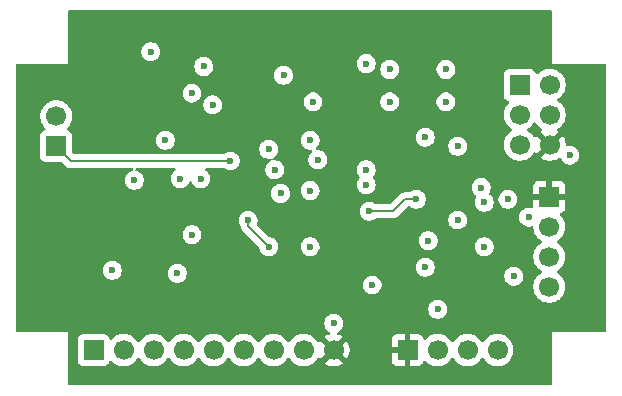
<source format=gbr>
%TF.GenerationSoftware,KiCad,Pcbnew,9.0.2*%
%TF.CreationDate,2025-09-17T22:50:59+05:45*%
%TF.ProjectId,MCU datalogger,4d435520-6461-4746-916c-6f676765722e,rev?*%
%TF.SameCoordinates,Original*%
%TF.FileFunction,Copper,L3,Inr*%
%TF.FilePolarity,Positive*%
%FSLAX46Y46*%
G04 Gerber Fmt 4.6, Leading zero omitted, Abs format (unit mm)*
G04 Created by KiCad (PCBNEW 9.0.2) date 2025-09-17 22:50:59*
%MOMM*%
%LPD*%
G01*
G04 APERTURE LIST*
%TA.AperFunction,ComponentPad*%
%ADD10R,1.700000X1.700000*%
%TD*%
%TA.AperFunction,ComponentPad*%
%ADD11C,1.700000*%
%TD*%
%TA.AperFunction,ViaPad*%
%ADD12C,0.600000*%
%TD*%
%TA.AperFunction,Conductor*%
%ADD13C,0.200000*%
%TD*%
G04 APERTURE END LIST*
D10*
%TO.N,Net-(BT1-+)*%
%TO.C,BT1*%
X1945250000Y-2097000000D03*
D11*
%TO.N,GND*%
X1945250000Y-2094460000D03*
%TD*%
D10*
%TO.N,/VCC*%
%TO.C,J1*%
X1987000000Y-2101280000D03*
D11*
%TO.N,GND*%
X1987000000Y-2103820000D03*
%TO.N,/SDA*%
X1987000000Y-2106360000D03*
%TO.N,/SCK*%
X1987000000Y-2108900000D03*
%TD*%
D10*
%TO.N,/D2*%
%TO.C,J3*%
X1948420000Y-2114250000D03*
D11*
%TO.N,/D3*%
X1950960000Y-2114250000D03*
%TO.N,/D4*%
X1953500000Y-2114250000D03*
%TO.N,/D5*%
X1956040000Y-2114250000D03*
%TO.N,/D6*%
X1958580000Y-2114250000D03*
%TO.N,/D7*%
X1961120000Y-2114250000D03*
%TO.N,/D8*%
X1963660000Y-2114250000D03*
%TO.N,GND*%
X1966200000Y-2114250000D03*
%TO.N,/VCC*%
X1968740000Y-2114250000D03*
%TD*%
D10*
%TO.N,/MISO*%
%TO.C,J4*%
X1984500000Y-2091800000D03*
D11*
%TO.N,GND*%
X1987040000Y-2091800000D03*
%TO.N,/SCK*%
X1984500000Y-2094340000D03*
%TO.N,/MOSI*%
X1987040000Y-2094340000D03*
%TO.N,/RESET*%
X1984500000Y-2096880000D03*
%TO.N,/VCC*%
X1987040000Y-2096880000D03*
%TD*%
D10*
%TO.N,/VCC*%
%TO.C,J2*%
X1975000000Y-2114250000D03*
D11*
%TO.N,GND*%
X1977540000Y-2114250000D03*
%TO.N,/RX*%
X1980080000Y-2114250000D03*
%TO.N,/TX*%
X1982620000Y-2114250000D03*
%TD*%
D12*
%TO.N,Net-(BT1-+)*%
X1971500000Y-2100250000D03*
X1960000000Y-2098250000D03*
X1971500000Y-2090000000D03*
%TO.N,GND*%
X1963250000Y-2097250000D03*
X1963750000Y-2099000000D03*
X1967400000Y-2098150000D03*
X1950000000Y-2107500000D03*
X1976500000Y-2096250000D03*
X1968750000Y-2112000000D03*
X1977550000Y-2110800000D03*
X1988750000Y-2097750000D03*
X1972000000Y-2108750000D03*
X1953250000Y-2089000000D03*
X1951875000Y-2099875000D03*
X1954500000Y-2096500000D03*
%TO.N,/VCC*%
X1950250000Y-2111250000D03*
X1971750000Y-2114250000D03*
X1979000000Y-2101000000D03*
X1987000000Y-2099000000D03*
X1971000000Y-2105000000D03*
X1973500000Y-2112250000D03*
%TO.N,Net-(U3-PB6)*%
X1964250000Y-2101000000D03*
X1966750000Y-2105500000D03*
%TO.N,Net-(U3-PB7)*%
X1963250000Y-2105500000D03*
X1964500000Y-2091000000D03*
X1961500000Y-2103250000D03*
%TO.N,Net-(U3-AREF)*%
X1976500000Y-2107250000D03*
X1971500000Y-2099000000D03*
%TO.N,Net-(D1-A)*%
X1978250000Y-2090500000D03*
X1978250000Y-2093250000D03*
%TO.N,Net-(D2-K)*%
X1973500000Y-2093250000D03*
X1973500000Y-2090500000D03*
%TO.N,/SCK*%
X1966750000Y-2100750000D03*
X1966750000Y-2096500000D03*
X1958500000Y-2093500000D03*
X1971750000Y-2102500000D03*
X1984000000Y-2108000000D03*
X1956750000Y-2104500000D03*
X1979250000Y-2097000000D03*
X1976750000Y-2105000000D03*
X1955750000Y-2099750000D03*
X1975750000Y-2101500000D03*
X1957750000Y-2090250000D03*
%TO.N,/SDA*%
X1956750000Y-2092500000D03*
X1955500000Y-2107750000D03*
X1979250000Y-2103250000D03*
X1957500000Y-2099750000D03*
X1967000000Y-2093250000D03*
%TO.N,/RESET*%
X1981250000Y-2100500000D03*
%TO.N,/MOSI*%
X1981500000Y-2105500000D03*
X1985250000Y-2103000000D03*
%TO.N,/MISO*%
X1981500000Y-2101750000D03*
X1983500000Y-2101500000D03*
%TD*%
D13*
%TO.N,Net-(BT1-+)*%
X1960000000Y-2098250000D02*
X1946500000Y-2098250000D01*
X1946500000Y-2098250000D02*
X1945250000Y-2097000000D01*
%TO.N,Net-(U3-PB7)*%
X1963250000Y-2105500000D02*
X1961500000Y-2103750000D01*
X1961500000Y-2103750000D02*
X1961500000Y-2103250000D01*
%TO.N,/SCK*%
X1974750000Y-2101500000D02*
X1975750000Y-2101500000D01*
X1971750000Y-2102500000D02*
X1973750000Y-2102500000D01*
X1973750000Y-2102500000D02*
X1974750000Y-2101500000D01*
%TD*%
%TA.AperFunction,Conductor*%
%TO.N,/VCC*%
G36*
X1985841444Y-2094993999D02*
G01*
X1985880486Y-2095039056D01*
X1985884951Y-2095047820D01*
X1986009890Y-2095219786D01*
X1986160213Y-2095370109D01*
X1986332179Y-2095495048D01*
X1986332181Y-2095495049D01*
X1986332184Y-2095495051D01*
X1986341493Y-2095499794D01*
X1986392290Y-2095547766D01*
X1986409087Y-2095615587D01*
X1986386552Y-2095681722D01*
X1986341505Y-2095720760D01*
X1986332446Y-2095725376D01*
X1986332440Y-2095725380D01*
X1986278282Y-2095764727D01*
X1986278282Y-2095764728D01*
X1986910591Y-2096397037D01*
X1986847007Y-2096414075D01*
X1986732993Y-2096479901D01*
X1986639901Y-2096572993D01*
X1986574075Y-2096687007D01*
X1986557037Y-2096750591D01*
X1985924728Y-2096118282D01*
X1985924727Y-2096118282D01*
X1985885380Y-2096172440D01*
X1985885376Y-2096172446D01*
X1985880760Y-2096181505D01*
X1985832781Y-2096232297D01*
X1985764959Y-2096249087D01*
X1985698826Y-2096226543D01*
X1985659794Y-2096181493D01*
X1985655051Y-2096172184D01*
X1985655049Y-2096172181D01*
X1985655048Y-2096172179D01*
X1985530109Y-2096000213D01*
X1985379786Y-2095849890D01*
X1985207820Y-2095724951D01*
X1985199600Y-2095720763D01*
X1985199054Y-2095720485D01*
X1985148259Y-2095672512D01*
X1985131463Y-2095604692D01*
X1985153999Y-2095538556D01*
X1985199054Y-2095499515D01*
X1985207816Y-2095495051D01*
X1985265246Y-2095453326D01*
X1985379786Y-2095370109D01*
X1985379788Y-2095370106D01*
X1985379792Y-2095370104D01*
X1985530104Y-2095219792D01*
X1985530106Y-2095219788D01*
X1985530109Y-2095219786D01*
X1985655048Y-2095047820D01*
X1985655047Y-2095047820D01*
X1985655051Y-2095047816D01*
X1985659514Y-2095039054D01*
X1985707488Y-2094988259D01*
X1985775308Y-2094971463D01*
X1985841444Y-2094993999D01*
G37*
%TD.AperFunction*%
%TA.AperFunction,Conductor*%
G36*
X1987193039Y-2085520185D02*
G01*
X1987238794Y-2085572989D01*
X1987250000Y-2085624500D01*
X1987250000Y-2090000000D01*
X1991675500Y-2090000000D01*
X1991742539Y-2090019685D01*
X1991788294Y-2090072489D01*
X1991799500Y-2090124000D01*
X1991799500Y-2112626000D01*
X1991779815Y-2112693039D01*
X1991727011Y-2112738794D01*
X1991675500Y-2112750000D01*
X1987250000Y-2112750000D01*
X1987250000Y-2117125500D01*
X1987230315Y-2117192539D01*
X1987177511Y-2117238294D01*
X1987126000Y-2117249500D01*
X1946374000Y-2117249500D01*
X1946306961Y-2117229815D01*
X1946261206Y-2117177011D01*
X1946250000Y-2117125500D01*
X1946250000Y-2113352135D01*
X1947069500Y-2113352135D01*
X1947069500Y-2115147870D01*
X1947069501Y-2115147876D01*
X1947075908Y-2115207483D01*
X1947126202Y-2115342328D01*
X1947126206Y-2115342335D01*
X1947212452Y-2115457544D01*
X1947212455Y-2115457547D01*
X1947327664Y-2115543793D01*
X1947327671Y-2115543797D01*
X1947462517Y-2115594091D01*
X1947462516Y-2115594091D01*
X1947469444Y-2115594835D01*
X1947522127Y-2115600500D01*
X1949317872Y-2115600499D01*
X1949377483Y-2115594091D01*
X1949512331Y-2115543796D01*
X1949627546Y-2115457546D01*
X1949713796Y-2115342331D01*
X1949762810Y-2115210916D01*
X1949804681Y-2115154984D01*
X1949870145Y-2115130566D01*
X1949938418Y-2115145417D01*
X1949966673Y-2115166569D01*
X1950080213Y-2115280109D01*
X1950252179Y-2115405048D01*
X1950252181Y-2115405049D01*
X1950252184Y-2115405051D01*
X1950441588Y-2115501557D01*
X1950643757Y-2115567246D01*
X1950853713Y-2115600500D01*
X1950853714Y-2115600500D01*
X1951066286Y-2115600500D01*
X1951066287Y-2115600500D01*
X1951276243Y-2115567246D01*
X1951478412Y-2115501557D01*
X1951667816Y-2115405051D01*
X1951722572Y-2115365269D01*
X1951839786Y-2115280109D01*
X1951839788Y-2115280106D01*
X1951839792Y-2115280104D01*
X1951990104Y-2115129792D01*
X1951990106Y-2115129788D01*
X1951990109Y-2115129786D01*
X1952115048Y-2114957820D01*
X1952115047Y-2114957820D01*
X1952115051Y-2114957816D01*
X1952119514Y-2114949054D01*
X1952167488Y-2114898259D01*
X1952235308Y-2114881463D01*
X1952301444Y-2114903999D01*
X1952340486Y-2114949056D01*
X1952344951Y-2114957820D01*
X1952469890Y-2115129786D01*
X1952620213Y-2115280109D01*
X1952792179Y-2115405048D01*
X1952792181Y-2115405049D01*
X1952792184Y-2115405051D01*
X1952981588Y-2115501557D01*
X1953183757Y-2115567246D01*
X1953393713Y-2115600500D01*
X1953393714Y-2115600500D01*
X1953606286Y-2115600500D01*
X1953606287Y-2115600500D01*
X1953816243Y-2115567246D01*
X1954018412Y-2115501557D01*
X1954207816Y-2115405051D01*
X1954262572Y-2115365269D01*
X1954379786Y-2115280109D01*
X1954379788Y-2115280106D01*
X1954379792Y-2115280104D01*
X1954530104Y-2115129792D01*
X1954530106Y-2115129788D01*
X1954530109Y-2115129786D01*
X1954655048Y-2114957820D01*
X1954655047Y-2114957820D01*
X1954655051Y-2114957816D01*
X1954659514Y-2114949054D01*
X1954707488Y-2114898259D01*
X1954775308Y-2114881463D01*
X1954841444Y-2114903999D01*
X1954880486Y-2114949056D01*
X1954884951Y-2114957820D01*
X1955009890Y-2115129786D01*
X1955160213Y-2115280109D01*
X1955332179Y-2115405048D01*
X1955332181Y-2115405049D01*
X1955332184Y-2115405051D01*
X1955521588Y-2115501557D01*
X1955723757Y-2115567246D01*
X1955933713Y-2115600500D01*
X1955933714Y-2115600500D01*
X1956146286Y-2115600500D01*
X1956146287Y-2115600500D01*
X1956356243Y-2115567246D01*
X1956558412Y-2115501557D01*
X1956747816Y-2115405051D01*
X1956802572Y-2115365269D01*
X1956919786Y-2115280109D01*
X1956919788Y-2115280106D01*
X1956919792Y-2115280104D01*
X1957070104Y-2115129792D01*
X1957070106Y-2115129788D01*
X1957070109Y-2115129786D01*
X1957195048Y-2114957820D01*
X1957195047Y-2114957820D01*
X1957195051Y-2114957816D01*
X1957199514Y-2114949054D01*
X1957247488Y-2114898259D01*
X1957315308Y-2114881463D01*
X1957381444Y-2114903999D01*
X1957420486Y-2114949056D01*
X1957424951Y-2114957820D01*
X1957549890Y-2115129786D01*
X1957700213Y-2115280109D01*
X1957872179Y-2115405048D01*
X1957872181Y-2115405049D01*
X1957872184Y-2115405051D01*
X1958061588Y-2115501557D01*
X1958263757Y-2115567246D01*
X1958473713Y-2115600500D01*
X1958473714Y-2115600500D01*
X1958686286Y-2115600500D01*
X1958686287Y-2115600500D01*
X1958896243Y-2115567246D01*
X1959098412Y-2115501557D01*
X1959287816Y-2115405051D01*
X1959342572Y-2115365269D01*
X1959459786Y-2115280109D01*
X1959459788Y-2115280106D01*
X1959459792Y-2115280104D01*
X1959610104Y-2115129792D01*
X1959610106Y-2115129788D01*
X1959610109Y-2115129786D01*
X1959735048Y-2114957820D01*
X1959735047Y-2114957820D01*
X1959735051Y-2114957816D01*
X1959739514Y-2114949054D01*
X1959787488Y-2114898259D01*
X1959855308Y-2114881463D01*
X1959921444Y-2114903999D01*
X1959960486Y-2114949056D01*
X1959964951Y-2114957820D01*
X1960089890Y-2115129786D01*
X1960240213Y-2115280109D01*
X1960412179Y-2115405048D01*
X1960412181Y-2115405049D01*
X1960412184Y-2115405051D01*
X1960601588Y-2115501557D01*
X1960803757Y-2115567246D01*
X1961013713Y-2115600500D01*
X1961013714Y-2115600500D01*
X1961226286Y-2115600500D01*
X1961226287Y-2115600500D01*
X1961436243Y-2115567246D01*
X1961638412Y-2115501557D01*
X1961827816Y-2115405051D01*
X1961882572Y-2115365269D01*
X1961999786Y-2115280109D01*
X1961999788Y-2115280106D01*
X1961999792Y-2115280104D01*
X1962150104Y-2115129792D01*
X1962150106Y-2115129788D01*
X1962150109Y-2115129786D01*
X1962275048Y-2114957820D01*
X1962275047Y-2114957820D01*
X1962275051Y-2114957816D01*
X1962279514Y-2114949054D01*
X1962327488Y-2114898259D01*
X1962395308Y-2114881463D01*
X1962461444Y-2114903999D01*
X1962500486Y-2114949056D01*
X1962504951Y-2114957820D01*
X1962629890Y-2115129786D01*
X1962780213Y-2115280109D01*
X1962952179Y-2115405048D01*
X1962952181Y-2115405049D01*
X1962952184Y-2115405051D01*
X1963141588Y-2115501557D01*
X1963343757Y-2115567246D01*
X1963553713Y-2115600500D01*
X1963553714Y-2115600500D01*
X1963766286Y-2115600500D01*
X1963766287Y-2115600500D01*
X1963976243Y-2115567246D01*
X1964178412Y-2115501557D01*
X1964367816Y-2115405051D01*
X1964422572Y-2115365269D01*
X1964539786Y-2115280109D01*
X1964539788Y-2115280106D01*
X1964539792Y-2115280104D01*
X1964690104Y-2115129792D01*
X1964690106Y-2115129788D01*
X1964690109Y-2115129786D01*
X1964815048Y-2114957820D01*
X1964815047Y-2114957820D01*
X1964815051Y-2114957816D01*
X1964819514Y-2114949054D01*
X1964867488Y-2114898259D01*
X1964935308Y-2114881463D01*
X1965001444Y-2114903999D01*
X1965040486Y-2114949056D01*
X1965044951Y-2114957820D01*
X1965169890Y-2115129786D01*
X1965320213Y-2115280109D01*
X1965492179Y-2115405048D01*
X1965492181Y-2115405049D01*
X1965492184Y-2115405051D01*
X1965681588Y-2115501557D01*
X1965883757Y-2115567246D01*
X1966093713Y-2115600500D01*
X1966093714Y-2115600500D01*
X1966306286Y-2115600500D01*
X1966306287Y-2115600500D01*
X1966516243Y-2115567246D01*
X1966718412Y-2115501557D01*
X1966907816Y-2115405051D01*
X1966962572Y-2115365269D01*
X1967079786Y-2115280109D01*
X1967079788Y-2115280106D01*
X1967079792Y-2115280104D01*
X1967230104Y-2115129792D01*
X1967230106Y-2115129788D01*
X1967230109Y-2115129786D01*
X1967315890Y-2115011717D01*
X1967355051Y-2114957816D01*
X1967359793Y-2114948508D01*
X1967407763Y-2114897711D01*
X1967475583Y-2114880911D01*
X1967541719Y-2114903445D01*
X1967580763Y-2114948500D01*
X1967585373Y-2114957547D01*
X1967624728Y-2115011716D01*
X1968257036Y-2114379407D01*
X1968274075Y-2114442993D01*
X1968339901Y-2114557007D01*
X1968432993Y-2114650099D01*
X1968547007Y-2114715925D01*
X1968610590Y-2114732962D01*
X1967978282Y-2115365269D01*
X1967978282Y-2115365270D01*
X1968032449Y-2115404624D01*
X1968221782Y-2115501095D01*
X1968423870Y-2115566757D01*
X1968633754Y-2115600000D01*
X1968846246Y-2115600000D01*
X1969056127Y-2115566757D01*
X1969056130Y-2115566757D01*
X1969258217Y-2115501095D01*
X1969447554Y-2115404622D01*
X1969501716Y-2115365270D01*
X1969501717Y-2115365270D01*
X1968869408Y-2114732962D01*
X1968932993Y-2114715925D01*
X1969047007Y-2114650099D01*
X1969140099Y-2114557007D01*
X1969205925Y-2114442993D01*
X1969222962Y-2114379408D01*
X1969855270Y-2115011717D01*
X1969855270Y-2115011716D01*
X1969894622Y-2114957554D01*
X1969991095Y-2114768217D01*
X1970056757Y-2114566130D01*
X1970056757Y-2114566127D01*
X1970078439Y-2114429240D01*
X1970090000Y-2114356246D01*
X1970090000Y-2114143753D01*
X1970056757Y-2113933872D01*
X1970056757Y-2113933869D01*
X1969991095Y-2113731782D01*
X1969894624Y-2113542449D01*
X1969855270Y-2113488282D01*
X1969855269Y-2113488282D01*
X1969222962Y-2114120590D01*
X1969205925Y-2114057007D01*
X1969140099Y-2113942993D01*
X1969047007Y-2113849901D01*
X1968932993Y-2113784075D01*
X1968869409Y-2113767037D01*
X1969284290Y-2113352155D01*
X1973650000Y-2113352155D01*
X1973650000Y-2114000000D01*
X1974566988Y-2114000000D01*
X1974534075Y-2114057007D01*
X1974500000Y-2114184174D01*
X1974500000Y-2114315826D01*
X1974534075Y-2114442993D01*
X1974566988Y-2114500000D01*
X1973650000Y-2114500000D01*
X1973650000Y-2115147844D01*
X1973656401Y-2115207372D01*
X1973656403Y-2115207379D01*
X1973706645Y-2115342086D01*
X1973706649Y-2115342093D01*
X1973792809Y-2115457187D01*
X1973792812Y-2115457190D01*
X1973907906Y-2115543350D01*
X1973907913Y-2115543354D01*
X1974042620Y-2115593596D01*
X1974042627Y-2115593598D01*
X1974102155Y-2115599999D01*
X1974102172Y-2115600000D01*
X1974750000Y-2115600000D01*
X1974750000Y-2114683012D01*
X1974807007Y-2114715925D01*
X1974934174Y-2114750000D01*
X1975065826Y-2114750000D01*
X1975192993Y-2114715925D01*
X1975250000Y-2114683012D01*
X1975250000Y-2115600000D01*
X1975897828Y-2115600000D01*
X1975897844Y-2115599999D01*
X1975957372Y-2115593598D01*
X1975957379Y-2115593596D01*
X1976092086Y-2115543354D01*
X1976092093Y-2115543350D01*
X1976207187Y-2115457190D01*
X1976207190Y-2115457187D01*
X1976293350Y-2115342093D01*
X1976293354Y-2115342086D01*
X1976342422Y-2115210529D01*
X1976384293Y-2115154595D01*
X1976449757Y-2115130178D01*
X1976518030Y-2115145030D01*
X1976546285Y-2115166181D01*
X1976660213Y-2115280109D01*
X1976832179Y-2115405048D01*
X1976832181Y-2115405049D01*
X1976832184Y-2115405051D01*
X1977021588Y-2115501557D01*
X1977223757Y-2115567246D01*
X1977433713Y-2115600500D01*
X1977433714Y-2115600500D01*
X1977646286Y-2115600500D01*
X1977646287Y-2115600500D01*
X1977856243Y-2115567246D01*
X1978058412Y-2115501557D01*
X1978247816Y-2115405051D01*
X1978302572Y-2115365269D01*
X1978419786Y-2115280109D01*
X1978419788Y-2115280106D01*
X1978419792Y-2115280104D01*
X1978570104Y-2115129792D01*
X1978570106Y-2115129788D01*
X1978570109Y-2115129786D01*
X1978695048Y-2114957820D01*
X1978695047Y-2114957820D01*
X1978695051Y-2114957816D01*
X1978699514Y-2114949054D01*
X1978747488Y-2114898259D01*
X1978815308Y-2114881463D01*
X1978881444Y-2114903999D01*
X1978920486Y-2114949056D01*
X1978924951Y-2114957820D01*
X1979049890Y-2115129786D01*
X1979200213Y-2115280109D01*
X1979372179Y-2115405048D01*
X1979372181Y-2115405049D01*
X1979372184Y-2115405051D01*
X1979561588Y-2115501557D01*
X1979763757Y-2115567246D01*
X1979973713Y-2115600500D01*
X1979973714Y-2115600500D01*
X1980186286Y-2115600500D01*
X1980186287Y-2115600500D01*
X1980396243Y-2115567246D01*
X1980598412Y-2115501557D01*
X1980787816Y-2115405051D01*
X1980842572Y-2115365269D01*
X1980959786Y-2115280109D01*
X1980959788Y-2115280106D01*
X1980959792Y-2115280104D01*
X1981110104Y-2115129792D01*
X1981110106Y-2115129788D01*
X1981110109Y-2115129786D01*
X1981235048Y-2114957820D01*
X1981235047Y-2114957820D01*
X1981235051Y-2114957816D01*
X1981239514Y-2114949054D01*
X1981287488Y-2114898259D01*
X1981355308Y-2114881463D01*
X1981421444Y-2114903999D01*
X1981460486Y-2114949056D01*
X1981464951Y-2114957820D01*
X1981589890Y-2115129786D01*
X1981740213Y-2115280109D01*
X1981912179Y-2115405048D01*
X1981912181Y-2115405049D01*
X1981912184Y-2115405051D01*
X1982101588Y-2115501557D01*
X1982303757Y-2115567246D01*
X1982513713Y-2115600500D01*
X1982513714Y-2115600500D01*
X1982726286Y-2115600500D01*
X1982726287Y-2115600500D01*
X1982936243Y-2115567246D01*
X1983138412Y-2115501557D01*
X1983327816Y-2115405051D01*
X1983382572Y-2115365269D01*
X1983499786Y-2115280109D01*
X1983499788Y-2115280106D01*
X1983499792Y-2115280104D01*
X1983650104Y-2115129792D01*
X1983650106Y-2115129788D01*
X1983650109Y-2115129786D01*
X1983775048Y-2114957820D01*
X1983775047Y-2114957820D01*
X1983775051Y-2114957816D01*
X1983871557Y-2114768412D01*
X1983937246Y-2114566243D01*
X1983970500Y-2114356287D01*
X1983970500Y-2114143713D01*
X1983937246Y-2113933757D01*
X1983871557Y-2113731588D01*
X1983775051Y-2113542184D01*
X1983775049Y-2113542181D01*
X1983775048Y-2113542179D01*
X1983650109Y-2113370213D01*
X1983499786Y-2113219890D01*
X1983327820Y-2113094951D01*
X1983138414Y-2112998444D01*
X1983138413Y-2112998443D01*
X1983138412Y-2112998443D01*
X1982936243Y-2112932754D01*
X1982936241Y-2112932753D01*
X1982936240Y-2112932753D01*
X1982774957Y-2112907208D01*
X1982726287Y-2112899500D01*
X1982513713Y-2112899500D01*
X1982465042Y-2112907208D01*
X1982303760Y-2112932753D01*
X1982101585Y-2112998444D01*
X1981912179Y-2113094951D01*
X1981740213Y-2113219890D01*
X1981589890Y-2113370213D01*
X1981464949Y-2113542182D01*
X1981460484Y-2113550946D01*
X1981412509Y-2113601742D01*
X1981344688Y-2113618536D01*
X1981278553Y-2113595998D01*
X1981239516Y-2113550946D01*
X1981235050Y-2113542182D01*
X1981110109Y-2113370213D01*
X1980959786Y-2113219890D01*
X1980787820Y-2113094951D01*
X1980598414Y-2112998444D01*
X1980598413Y-2112998443D01*
X1980598412Y-2112998443D01*
X1980396243Y-2112932754D01*
X1980396241Y-2112932753D01*
X1980396240Y-2112932753D01*
X1980234957Y-2112907208D01*
X1980186287Y-2112899500D01*
X1979973713Y-2112899500D01*
X1979925042Y-2112907208D01*
X1979763760Y-2112932753D01*
X1979561585Y-2112998444D01*
X1979372179Y-2113094951D01*
X1979200213Y-2113219890D01*
X1979049890Y-2113370213D01*
X1978924949Y-2113542182D01*
X1978920484Y-2113550946D01*
X1978872509Y-2113601742D01*
X1978804688Y-2113618536D01*
X1978738553Y-2113595998D01*
X1978699516Y-2113550946D01*
X1978695050Y-2113542182D01*
X1978570109Y-2113370213D01*
X1978419786Y-2113219890D01*
X1978247820Y-2113094951D01*
X1978058414Y-2112998444D01*
X1978058413Y-2112998443D01*
X1978058412Y-2112998443D01*
X1977856243Y-2112932754D01*
X1977856241Y-2112932753D01*
X1977856240Y-2112932753D01*
X1977694957Y-2112907208D01*
X1977646287Y-2112899500D01*
X1977433713Y-2112899500D01*
X1977385042Y-2112907208D01*
X1977223760Y-2112932753D01*
X1977021585Y-2112998444D01*
X1976832179Y-2113094951D01*
X1976660215Y-2113219889D01*
X1976546285Y-2113333819D01*
X1976484962Y-2113367303D01*
X1976415270Y-2113362319D01*
X1976359337Y-2113320447D01*
X1976342422Y-2113289470D01*
X1976293354Y-2113157913D01*
X1976293350Y-2113157906D01*
X1976207190Y-2113042812D01*
X1976207187Y-2113042809D01*
X1976092093Y-2112956649D01*
X1976092086Y-2112956645D01*
X1975957379Y-2112906403D01*
X1975957372Y-2112906401D01*
X1975897844Y-2112900000D01*
X1975250000Y-2112900000D01*
X1975250000Y-2113816988D01*
X1975192993Y-2113784075D01*
X1975065826Y-2113750000D01*
X1974934174Y-2113750000D01*
X1974807007Y-2113784075D01*
X1974750000Y-2113816988D01*
X1974750000Y-2112900000D01*
X1974102155Y-2112900000D01*
X1974042627Y-2112906401D01*
X1974042620Y-2112906403D01*
X1973907913Y-2112956645D01*
X1973907906Y-2112956649D01*
X1973792812Y-2113042809D01*
X1973792809Y-2113042812D01*
X1973706649Y-2113157906D01*
X1973706645Y-2113157913D01*
X1973656403Y-2113292620D01*
X1973656401Y-2113292627D01*
X1973650000Y-2113352155D01*
X1969284290Y-2113352155D01*
X1969375275Y-2113261170D01*
X1969501716Y-2113134728D01*
X1969447550Y-2113095375D01*
X1969258216Y-2112998904D01*
X1969113880Y-2112952006D01*
X1969056204Y-2112912568D01*
X1969029006Y-2112848210D01*
X1969040921Y-2112779363D01*
X1969088165Y-2112727888D01*
X1969104736Y-2112719518D01*
X1969129179Y-2112709394D01*
X1969260289Y-2112621789D01*
X1969371789Y-2112510289D01*
X1969459394Y-2112379179D01*
X1969519737Y-2112233497D01*
X1969550500Y-2112078842D01*
X1969550500Y-2111921158D01*
X1969550500Y-2111921155D01*
X1969550499Y-2111921153D01*
X1969519738Y-2111766510D01*
X1969519737Y-2111766503D01*
X1969519735Y-2111766498D01*
X1969459397Y-2111620827D01*
X1969459390Y-2111620814D01*
X1969371789Y-2111489711D01*
X1969371786Y-2111489707D01*
X1969260292Y-2111378213D01*
X1969260288Y-2111378210D01*
X1969129185Y-2111290609D01*
X1969129172Y-2111290602D01*
X1968983501Y-2111230264D01*
X1968983489Y-2111230261D01*
X1968828845Y-2111199500D01*
X1968828842Y-2111199500D01*
X1968671158Y-2111199500D01*
X1968671155Y-2111199500D01*
X1968516510Y-2111230261D01*
X1968516498Y-2111230264D01*
X1968370827Y-2111290602D01*
X1968370814Y-2111290609D01*
X1968239711Y-2111378210D01*
X1968239707Y-2111378213D01*
X1968128213Y-2111489707D01*
X1968128210Y-2111489711D01*
X1968040609Y-2111620814D01*
X1968040602Y-2111620827D01*
X1967980264Y-2111766498D01*
X1967980261Y-2111766510D01*
X1967949500Y-2111921153D01*
X1967949500Y-2112078846D01*
X1967980261Y-2112233489D01*
X1967980264Y-2112233501D01*
X1968040602Y-2112379172D01*
X1968040609Y-2112379185D01*
X1968128210Y-2112510288D01*
X1968128213Y-2112510292D01*
X1968239707Y-2112621786D01*
X1968239711Y-2112621789D01*
X1968370814Y-2112709390D01*
X1968370818Y-2112709392D01*
X1968370821Y-2112709394D01*
X1968377391Y-2112712115D01*
X1968386462Y-2112715873D01*
X1968440865Y-2112759714D01*
X1968462930Y-2112826009D01*
X1968445651Y-2112893708D01*
X1968394513Y-2112941318D01*
X1968377327Y-2112948365D01*
X1968221783Y-2112998904D01*
X1968032439Y-2113095380D01*
X1967978282Y-2113134727D01*
X1967978282Y-2113134728D01*
X1968610591Y-2113767037D01*
X1968547007Y-2113784075D01*
X1968432993Y-2113849901D01*
X1968339901Y-2113942993D01*
X1968274075Y-2114057007D01*
X1968257037Y-2114120591D01*
X1967624728Y-2113488282D01*
X1967624727Y-2113488282D01*
X1967585380Y-2113542440D01*
X1967585376Y-2113542446D01*
X1967580760Y-2113551505D01*
X1967532781Y-2113602297D01*
X1967464959Y-2113619087D01*
X1967398826Y-2113596543D01*
X1967359794Y-2113551493D01*
X1967355051Y-2113542184D01*
X1967355049Y-2113542181D01*
X1967355048Y-2113542179D01*
X1967230109Y-2113370213D01*
X1967079786Y-2113219890D01*
X1966907820Y-2113094951D01*
X1966718414Y-2112998444D01*
X1966718413Y-2112998443D01*
X1966718412Y-2112998443D01*
X1966516243Y-2112932754D01*
X1966516241Y-2112932753D01*
X1966516240Y-2112932753D01*
X1966354957Y-2112907208D01*
X1966306287Y-2112899500D01*
X1966093713Y-2112899500D01*
X1966045042Y-2112907208D01*
X1965883760Y-2112932753D01*
X1965681585Y-2112998444D01*
X1965492179Y-2113094951D01*
X1965320213Y-2113219890D01*
X1965169890Y-2113370213D01*
X1965044949Y-2113542182D01*
X1965040484Y-2113550946D01*
X1964992509Y-2113601742D01*
X1964924688Y-2113618536D01*
X1964858553Y-2113595998D01*
X1964819516Y-2113550946D01*
X1964815050Y-2113542182D01*
X1964690109Y-2113370213D01*
X1964539786Y-2113219890D01*
X1964367820Y-2113094951D01*
X1964178414Y-2112998444D01*
X1964178413Y-2112998443D01*
X1964178412Y-2112998443D01*
X1963976243Y-2112932754D01*
X1963976241Y-2112932753D01*
X1963976240Y-2112932753D01*
X1963814957Y-2112907208D01*
X1963766287Y-2112899500D01*
X1963553713Y-2112899500D01*
X1963505042Y-2112907208D01*
X1963343760Y-2112932753D01*
X1963141585Y-2112998444D01*
X1962952179Y-2113094951D01*
X1962780213Y-2113219890D01*
X1962629890Y-2113370213D01*
X1962504949Y-2113542182D01*
X1962500484Y-2113550946D01*
X1962452509Y-2113601742D01*
X1962384688Y-2113618536D01*
X1962318553Y-2113595998D01*
X1962279516Y-2113550946D01*
X1962275050Y-2113542182D01*
X1962150109Y-2113370213D01*
X1961999786Y-2113219890D01*
X1961827820Y-2113094951D01*
X1961638414Y-2112998444D01*
X1961638413Y-2112998443D01*
X1961638412Y-2112998443D01*
X1961436243Y-2112932754D01*
X1961436241Y-2112932753D01*
X1961436240Y-2112932753D01*
X1961274957Y-2112907208D01*
X1961226287Y-2112899500D01*
X1961013713Y-2112899500D01*
X1960965042Y-2112907208D01*
X1960803760Y-2112932753D01*
X1960601585Y-2112998444D01*
X1960412179Y-2113094951D01*
X1960240213Y-2113219890D01*
X1960089890Y-2113370213D01*
X1959964949Y-2113542182D01*
X1959960484Y-2113550946D01*
X1959912509Y-2113601742D01*
X1959844688Y-2113618536D01*
X1959778553Y-2113595998D01*
X1959739516Y-2113550946D01*
X1959735050Y-2113542182D01*
X1959610109Y-2113370213D01*
X1959459786Y-2113219890D01*
X1959287820Y-2113094951D01*
X1959098414Y-2112998444D01*
X1959098413Y-2112998443D01*
X1959098412Y-2112998443D01*
X1958896243Y-2112932754D01*
X1958896241Y-2112932753D01*
X1958896240Y-2112932753D01*
X1958734957Y-2112907208D01*
X1958686287Y-2112899500D01*
X1958473713Y-2112899500D01*
X1958425042Y-2112907208D01*
X1958263760Y-2112932753D01*
X1958061585Y-2112998444D01*
X1957872179Y-2113094951D01*
X1957700213Y-2113219890D01*
X1957549890Y-2113370213D01*
X1957424949Y-2113542182D01*
X1957420484Y-2113550946D01*
X1957372509Y-2113601742D01*
X1957304688Y-2113618536D01*
X1957238553Y-2113595998D01*
X1957199516Y-2113550946D01*
X1957195050Y-2113542182D01*
X1957070109Y-2113370213D01*
X1956919786Y-2113219890D01*
X1956747820Y-2113094951D01*
X1956558414Y-2112998444D01*
X1956558413Y-2112998443D01*
X1956558412Y-2112998443D01*
X1956356243Y-2112932754D01*
X1956356241Y-2112932753D01*
X1956356240Y-2112932753D01*
X1956194957Y-2112907208D01*
X1956146287Y-2112899500D01*
X1955933713Y-2112899500D01*
X1955885042Y-2112907208D01*
X1955723760Y-2112932753D01*
X1955521585Y-2112998444D01*
X1955332179Y-2113094951D01*
X1955160213Y-2113219890D01*
X1955009890Y-2113370213D01*
X1954884949Y-2113542182D01*
X1954880484Y-2113550946D01*
X1954832509Y-2113601742D01*
X1954764688Y-2113618536D01*
X1954698553Y-2113595998D01*
X1954659516Y-2113550946D01*
X1954655050Y-2113542182D01*
X1954530109Y-2113370213D01*
X1954379786Y-2113219890D01*
X1954207820Y-2113094951D01*
X1954018414Y-2112998444D01*
X1954018413Y-2112998443D01*
X1954018412Y-2112998443D01*
X1953816243Y-2112932754D01*
X1953816241Y-2112932753D01*
X1953816240Y-2112932753D01*
X1953654957Y-2112907208D01*
X1953606287Y-2112899500D01*
X1953393713Y-2112899500D01*
X1953345042Y-2112907208D01*
X1953183760Y-2112932753D01*
X1952981585Y-2112998444D01*
X1952792179Y-2113094951D01*
X1952620213Y-2113219890D01*
X1952469890Y-2113370213D01*
X1952344949Y-2113542182D01*
X1952340484Y-2113550946D01*
X1952292509Y-2113601742D01*
X1952224688Y-2113618536D01*
X1952158553Y-2113595998D01*
X1952119516Y-2113550946D01*
X1952115050Y-2113542182D01*
X1951990109Y-2113370213D01*
X1951839786Y-2113219890D01*
X1951667820Y-2113094951D01*
X1951478414Y-2112998444D01*
X1951478413Y-2112998443D01*
X1951478412Y-2112998443D01*
X1951276243Y-2112932754D01*
X1951276241Y-2112932753D01*
X1951276240Y-2112932753D01*
X1951114957Y-2112907208D01*
X1951066287Y-2112899500D01*
X1950853713Y-2112899500D01*
X1950805042Y-2112907208D01*
X1950643760Y-2112932753D01*
X1950441585Y-2112998444D01*
X1950252179Y-2113094951D01*
X1950080215Y-2113219889D01*
X1949966673Y-2113333431D01*
X1949905350Y-2113366915D01*
X1949835658Y-2113361931D01*
X1949779725Y-2113320059D01*
X1949762810Y-2113289082D01*
X1949713797Y-2113157671D01*
X1949713793Y-2113157664D01*
X1949627547Y-2113042455D01*
X1949627544Y-2113042452D01*
X1949512335Y-2112956206D01*
X1949512328Y-2112956202D01*
X1949377482Y-2112905908D01*
X1949377483Y-2112905908D01*
X1949317883Y-2112899501D01*
X1949317881Y-2112899500D01*
X1949317873Y-2112899500D01*
X1949317864Y-2112899500D01*
X1947522129Y-2112899500D01*
X1947522123Y-2112899501D01*
X1947462516Y-2112905908D01*
X1947327671Y-2112956202D01*
X1947327664Y-2112956206D01*
X1947212455Y-2113042452D01*
X1947212452Y-2113042455D01*
X1947126206Y-2113157664D01*
X1947126202Y-2113157671D01*
X1947075908Y-2113292517D01*
X1947069501Y-2113352116D01*
X1947069500Y-2113352135D01*
X1946250000Y-2113352135D01*
X1946250000Y-2112750000D01*
X1941974500Y-2112750000D01*
X1941907461Y-2112730315D01*
X1941861706Y-2112677511D01*
X1941850500Y-2112626000D01*
X1941850500Y-2110721153D01*
X1976749500Y-2110721153D01*
X1976749500Y-2110878846D01*
X1976780261Y-2111033489D01*
X1976780264Y-2111033501D01*
X1976840602Y-2111179172D01*
X1976840609Y-2111179185D01*
X1976928210Y-2111310288D01*
X1976928213Y-2111310292D01*
X1977039707Y-2111421786D01*
X1977039711Y-2111421789D01*
X1977170814Y-2111509390D01*
X1977170827Y-2111509397D01*
X1977316498Y-2111569735D01*
X1977316503Y-2111569737D01*
X1977471153Y-2111600499D01*
X1977471156Y-2111600500D01*
X1977471158Y-2111600500D01*
X1977628844Y-2111600500D01*
X1977628845Y-2111600499D01*
X1977783497Y-2111569737D01*
X1977929179Y-2111509394D01*
X1978060289Y-2111421789D01*
X1978171789Y-2111310289D01*
X1978259394Y-2111179179D01*
X1978319737Y-2111033497D01*
X1978350500Y-2110878842D01*
X1978350500Y-2110721158D01*
X1978350500Y-2110721155D01*
X1978350499Y-2110721153D01*
X1978319738Y-2110566510D01*
X1978319737Y-2110566503D01*
X1978319735Y-2110566498D01*
X1978259397Y-2110420827D01*
X1978259390Y-2110420814D01*
X1978171789Y-2110289711D01*
X1978171786Y-2110289707D01*
X1978060292Y-2110178213D01*
X1978060288Y-2110178210D01*
X1977929185Y-2110090609D01*
X1977929172Y-2110090602D01*
X1977783501Y-2110030264D01*
X1977783489Y-2110030261D01*
X1977628845Y-2109999500D01*
X1977628842Y-2109999500D01*
X1977471158Y-2109999500D01*
X1977471155Y-2109999500D01*
X1977316510Y-2110030261D01*
X1977316498Y-2110030264D01*
X1977170827Y-2110090602D01*
X1977170814Y-2110090609D01*
X1977039711Y-2110178210D01*
X1977039707Y-2110178213D01*
X1976928213Y-2110289707D01*
X1976928210Y-2110289711D01*
X1976840609Y-2110420814D01*
X1976840602Y-2110420827D01*
X1976780264Y-2110566498D01*
X1976780261Y-2110566510D01*
X1976749500Y-2110721153D01*
X1941850500Y-2110721153D01*
X1941850500Y-2108671153D01*
X1971199500Y-2108671153D01*
X1971199500Y-2108828846D01*
X1971230261Y-2108983489D01*
X1971230264Y-2108983501D01*
X1971290602Y-2109129172D01*
X1971290609Y-2109129185D01*
X1971378210Y-2109260288D01*
X1971378213Y-2109260292D01*
X1971489707Y-2109371786D01*
X1971489711Y-2109371789D01*
X1971620814Y-2109459390D01*
X1971620827Y-2109459397D01*
X1971766498Y-2109519735D01*
X1971766503Y-2109519737D01*
X1971921153Y-2109550499D01*
X1971921156Y-2109550500D01*
X1971921158Y-2109550500D01*
X1972078844Y-2109550500D01*
X1972078845Y-2109550499D01*
X1972233497Y-2109519737D01*
X1972379179Y-2109459394D01*
X1972510289Y-2109371789D01*
X1972621789Y-2109260289D01*
X1972709394Y-2109129179D01*
X1972769737Y-2108983497D01*
X1972800500Y-2108828842D01*
X1972800500Y-2108671158D01*
X1972800500Y-2108671155D01*
X1972800499Y-2108671153D01*
X1972769738Y-2108516510D01*
X1972769737Y-2108516503D01*
X1972713853Y-2108381585D01*
X1972709397Y-2108370827D01*
X1972709390Y-2108370814D01*
X1972621789Y-2108239711D01*
X1972621786Y-2108239707D01*
X1972510292Y-2108128213D01*
X1972510288Y-2108128210D01*
X1972379185Y-2108040609D01*
X1972379172Y-2108040602D01*
X1972233501Y-2107980264D01*
X1972233489Y-2107980261D01*
X1972078845Y-2107949500D01*
X1972078842Y-2107949500D01*
X1971921158Y-2107949500D01*
X1971921155Y-2107949500D01*
X1971766510Y-2107980261D01*
X1971766498Y-2107980264D01*
X1971620827Y-2108040602D01*
X1971620814Y-2108040609D01*
X1971489711Y-2108128210D01*
X1971489707Y-2108128213D01*
X1971378213Y-2108239707D01*
X1971378210Y-2108239711D01*
X1971290609Y-2108370814D01*
X1971290602Y-2108370827D01*
X1971230264Y-2108516498D01*
X1971230261Y-2108516510D01*
X1971199500Y-2108671153D01*
X1941850500Y-2108671153D01*
X1941850500Y-2107421153D01*
X1949199500Y-2107421153D01*
X1949199500Y-2107578846D01*
X1949230261Y-2107733489D01*
X1949230264Y-2107733501D01*
X1949290602Y-2107879172D01*
X1949290609Y-2107879185D01*
X1949378210Y-2108010288D01*
X1949378213Y-2108010292D01*
X1949489707Y-2108121786D01*
X1949489711Y-2108121789D01*
X1949620814Y-2108209390D01*
X1949620827Y-2108209397D01*
X1949766498Y-2108269735D01*
X1949766503Y-2108269737D01*
X1949921153Y-2108300499D01*
X1949921156Y-2108300500D01*
X1949921158Y-2108300500D01*
X1950078844Y-2108300500D01*
X1950078845Y-2108300499D01*
X1950233497Y-2108269737D01*
X1950379179Y-2108209394D01*
X1950510289Y-2108121789D01*
X1950621789Y-2108010289D01*
X1950709394Y-2107879179D01*
X1950769737Y-2107733497D01*
X1950782138Y-2107671153D01*
X1954699500Y-2107671153D01*
X1954699500Y-2107828846D01*
X1954730261Y-2107983489D01*
X1954730264Y-2107983501D01*
X1954790602Y-2108129172D01*
X1954790609Y-2108129185D01*
X1954878210Y-2108260288D01*
X1954878213Y-2108260292D01*
X1954989707Y-2108371786D01*
X1954989711Y-2108371789D01*
X1955120814Y-2108459390D01*
X1955120827Y-2108459397D01*
X1955258683Y-2108516498D01*
X1955266503Y-2108519737D01*
X1955421153Y-2108550499D01*
X1955421156Y-2108550500D01*
X1955421158Y-2108550500D01*
X1955578844Y-2108550500D01*
X1955578845Y-2108550499D01*
X1955589179Y-2108548443D01*
X1955614287Y-2108543450D01*
X1955614292Y-2108543449D01*
X1955699800Y-2108526439D01*
X1955733497Y-2108519737D01*
X1955879179Y-2108459394D01*
X1956010289Y-2108371789D01*
X1956121789Y-2108260289D01*
X1956209394Y-2108129179D01*
X1956269737Y-2107983497D01*
X1956300500Y-2107828842D01*
X1956300500Y-2107671158D01*
X1956300500Y-2107671155D01*
X1956300499Y-2107671153D01*
X1956290486Y-2107620814D01*
X1956269737Y-2107516503D01*
X1956269134Y-2107515048D01*
X1956209397Y-2107370827D01*
X1956209390Y-2107370814D01*
X1956121790Y-2107239712D01*
X1956121784Y-2107239705D01*
X1956053232Y-2107171153D01*
X1975699500Y-2107171153D01*
X1975699500Y-2107328846D01*
X1975730261Y-2107483489D01*
X1975730264Y-2107483501D01*
X1975790602Y-2107629172D01*
X1975790609Y-2107629185D01*
X1975878210Y-2107760288D01*
X1975878213Y-2107760292D01*
X1975989707Y-2107871786D01*
X1975989711Y-2107871789D01*
X1976120814Y-2107959390D01*
X1976120827Y-2107959397D01*
X1976266498Y-2108019735D01*
X1976266503Y-2108019737D01*
X1976421153Y-2108050499D01*
X1976421156Y-2108050500D01*
X1976421158Y-2108050500D01*
X1976578844Y-2108050500D01*
X1976578845Y-2108050499D01*
X1976733497Y-2108019737D01*
X1976879179Y-2107959394D01*
X1976936411Y-2107921153D01*
X1983199500Y-2107921153D01*
X1983199500Y-2108078846D01*
X1983230261Y-2108233489D01*
X1983230264Y-2108233501D01*
X1983290602Y-2108379172D01*
X1983290609Y-2108379185D01*
X1983378210Y-2108510288D01*
X1983378213Y-2108510292D01*
X1983489707Y-2108621786D01*
X1983489711Y-2108621789D01*
X1983620814Y-2108709390D01*
X1983620827Y-2108709397D01*
X1983766498Y-2108769735D01*
X1983766503Y-2108769737D01*
X1983887038Y-2108793713D01*
X1983921153Y-2108800499D01*
X1983921156Y-2108800500D01*
X1983921158Y-2108800500D01*
X1984078844Y-2108800500D01*
X1984078845Y-2108800499D01*
X1984233497Y-2108769737D01*
X1984379179Y-2108709394D01*
X1984510289Y-2108621789D01*
X1984621789Y-2108510289D01*
X1984709394Y-2108379179D01*
X1984712854Y-2108370827D01*
X1984741984Y-2108300499D01*
X1984769737Y-2108233497D01*
X1984800500Y-2108078842D01*
X1984800500Y-2107921158D01*
X1984800500Y-2107921155D01*
X1984800499Y-2107921153D01*
X1984769738Y-2107766510D01*
X1984769737Y-2107766503D01*
X1984760809Y-2107744949D01*
X1984709397Y-2107620827D01*
X1984709390Y-2107620814D01*
X1984621789Y-2107489711D01*
X1984621786Y-2107489707D01*
X1984510292Y-2107378213D01*
X1984510288Y-2107378210D01*
X1984379185Y-2107290609D01*
X1984379172Y-2107290602D01*
X1984233501Y-2107230264D01*
X1984233489Y-2107230261D01*
X1984078845Y-2107199500D01*
X1984078842Y-2107199500D01*
X1983921158Y-2107199500D01*
X1983921155Y-2107199500D01*
X1983766510Y-2107230261D01*
X1983766498Y-2107230264D01*
X1983620827Y-2107290602D01*
X1983620814Y-2107290609D01*
X1983489711Y-2107378210D01*
X1983489707Y-2107378213D01*
X1983378213Y-2107489707D01*
X1983378210Y-2107489711D01*
X1983290609Y-2107620814D01*
X1983290602Y-2107620827D01*
X1983230264Y-2107766498D01*
X1983230261Y-2107766510D01*
X1983199500Y-2107921153D01*
X1976936411Y-2107921153D01*
X1977010289Y-2107871789D01*
X1977012188Y-2107869890D01*
X1977054694Y-2107827385D01*
X1977121786Y-2107760292D01*
X1977121789Y-2107760289D01*
X1977209394Y-2107629179D01*
X1977212854Y-2107620827D01*
X1977238647Y-2107558556D01*
X1977269737Y-2107483497D01*
X1977300500Y-2107328842D01*
X1977300500Y-2107171158D01*
X1977300500Y-2107171155D01*
X1977300499Y-2107171153D01*
X1977290486Y-2107120814D01*
X1977269737Y-2107016503D01*
X1977269735Y-2107016498D01*
X1977209397Y-2106870827D01*
X1977209390Y-2106870814D01*
X1977121789Y-2106739711D01*
X1977121786Y-2106739707D01*
X1977010292Y-2106628213D01*
X1977010288Y-2106628210D01*
X1976879185Y-2106540609D01*
X1976879172Y-2106540602D01*
X1976733501Y-2106480264D01*
X1976733489Y-2106480261D01*
X1976578845Y-2106449500D01*
X1976578842Y-2106449500D01*
X1976421158Y-2106449500D01*
X1976421155Y-2106449500D01*
X1976266510Y-2106480261D01*
X1976266498Y-2106480264D01*
X1976120827Y-2106540602D01*
X1976120814Y-2106540609D01*
X1975989711Y-2106628210D01*
X1975989707Y-2106628213D01*
X1975878213Y-2106739707D01*
X1975878210Y-2106739711D01*
X1975790609Y-2106870814D01*
X1975790602Y-2106870827D01*
X1975730264Y-2107016498D01*
X1975730261Y-2107016510D01*
X1975699500Y-2107171153D01*
X1956053232Y-2107171153D01*
X1956010292Y-2107128213D01*
X1956010288Y-2107128210D01*
X1955879185Y-2107040609D01*
X1955879172Y-2107040602D01*
X1955733501Y-2106980264D01*
X1955733489Y-2106980261D01*
X1955578845Y-2106949500D01*
X1955578842Y-2106949500D01*
X1955421158Y-2106949500D01*
X1955421155Y-2106949500D01*
X1955266510Y-2106980261D01*
X1955266498Y-2106980264D01*
X1955120827Y-2107040602D01*
X1955120814Y-2107040609D01*
X1954989711Y-2107128210D01*
X1954989707Y-2107128213D01*
X1954878213Y-2107239707D01*
X1954878210Y-2107239711D01*
X1954790609Y-2107370814D01*
X1954790602Y-2107370827D01*
X1954730264Y-2107516498D01*
X1954730261Y-2107516510D01*
X1954699500Y-2107671153D01*
X1950782138Y-2107671153D01*
X1950783261Y-2107665506D01*
X1950788161Y-2107640875D01*
X1950788161Y-2107640874D01*
X1950800500Y-2107578844D01*
X1950800500Y-2107421155D01*
X1950800499Y-2107421153D01*
X1950774531Y-2107290606D01*
X1950769737Y-2107266503D01*
X1950758640Y-2107239712D01*
X1950709397Y-2107120827D01*
X1950709390Y-2107120814D01*
X1950621789Y-2106989711D01*
X1950621786Y-2106989707D01*
X1950510292Y-2106878213D01*
X1950510288Y-2106878210D01*
X1950379185Y-2106790609D01*
X1950379172Y-2106790602D01*
X1950233501Y-2106730264D01*
X1950233489Y-2106730261D01*
X1950078845Y-2106699500D01*
X1950078842Y-2106699500D01*
X1949921158Y-2106699500D01*
X1949921155Y-2106699500D01*
X1949766510Y-2106730261D01*
X1949766498Y-2106730264D01*
X1949620827Y-2106790602D01*
X1949620814Y-2106790609D01*
X1949489711Y-2106878210D01*
X1949489707Y-2106878213D01*
X1949378213Y-2106989707D01*
X1949378210Y-2106989711D01*
X1949290609Y-2107120814D01*
X1949290602Y-2107120827D01*
X1949230264Y-2107266498D01*
X1949230261Y-2107266510D01*
X1949199500Y-2107421153D01*
X1941850500Y-2107421153D01*
X1941850500Y-2104421153D01*
X1955949500Y-2104421153D01*
X1955949500Y-2104578846D01*
X1955980261Y-2104733489D01*
X1955980264Y-2104733501D01*
X1956040602Y-2104879172D01*
X1956040609Y-2104879185D01*
X1956128210Y-2105010288D01*
X1956128213Y-2105010292D01*
X1956239707Y-2105121786D01*
X1956239711Y-2105121789D01*
X1956370814Y-2105209390D01*
X1956370827Y-2105209397D01*
X1956508683Y-2105266498D01*
X1956516503Y-2105269737D01*
X1956671153Y-2105300499D01*
X1956671156Y-2105300500D01*
X1956671158Y-2105300500D01*
X1956828844Y-2105300500D01*
X1956828845Y-2105300499D01*
X1956983497Y-2105269737D01*
X1957129179Y-2105209394D01*
X1957260289Y-2105121789D01*
X1957371789Y-2105010289D01*
X1957459394Y-2104879179D01*
X1957519737Y-2104733497D01*
X1957550500Y-2104578842D01*
X1957550500Y-2104421158D01*
X1957550500Y-2104421155D01*
X1957550499Y-2104421153D01*
X1957534041Y-2104338414D01*
X1957519737Y-2104266503D01*
X1957504833Y-2104230521D01*
X1957459397Y-2104120827D01*
X1957459390Y-2104120814D01*
X1957371789Y-2103989711D01*
X1957371786Y-2103989707D01*
X1957260292Y-2103878213D01*
X1957260288Y-2103878210D01*
X1957129185Y-2103790609D01*
X1957129172Y-2103790602D01*
X1956983501Y-2103730264D01*
X1956983489Y-2103730261D01*
X1956828845Y-2103699500D01*
X1956828842Y-2103699500D01*
X1956671158Y-2103699500D01*
X1956671155Y-2103699500D01*
X1956516510Y-2103730261D01*
X1956516498Y-2103730264D01*
X1956370827Y-2103790602D01*
X1956370814Y-2103790609D01*
X1956239711Y-2103878210D01*
X1956239707Y-2103878213D01*
X1956128213Y-2103989707D01*
X1956128210Y-2103989711D01*
X1956040609Y-2104120814D01*
X1956040602Y-2104120827D01*
X1955980264Y-2104266498D01*
X1955980261Y-2104266510D01*
X1955949500Y-2104421153D01*
X1941850500Y-2104421153D01*
X1941850500Y-2103171153D01*
X1960699500Y-2103171153D01*
X1960699500Y-2103328846D01*
X1960730261Y-2103483489D01*
X1960730264Y-2103483501D01*
X1960790602Y-2103629172D01*
X1960790609Y-2103629185D01*
X1960878601Y-2103760873D01*
X1960897467Y-2103821124D01*
X1960898438Y-2103820997D01*
X1960899171Y-2103826568D01*
X1960899479Y-2103827550D01*
X1960899492Y-2103829002D01*
X1960899498Y-2103829054D01*
X1960925551Y-2103926286D01*
X1960940423Y-2103981785D01*
X1960962335Y-2104019737D01*
X1960980096Y-2104050500D01*
X1961019479Y-2104118714D01*
X1961019481Y-2104118717D01*
X1961138349Y-2104237585D01*
X1961138355Y-2104237590D01*
X1962415425Y-2105514660D01*
X1962448910Y-2105575983D01*
X1962449361Y-2105578149D01*
X1962480261Y-2105733491D01*
X1962480264Y-2105733501D01*
X1962540602Y-2105879172D01*
X1962540609Y-2105879185D01*
X1962628210Y-2106010288D01*
X1962628213Y-2106010292D01*
X1962739707Y-2106121786D01*
X1962739711Y-2106121789D01*
X1962870814Y-2106209390D01*
X1962870827Y-2106209397D01*
X1962977817Y-2106253713D01*
X1963016503Y-2106269737D01*
X1963171153Y-2106300499D01*
X1963171156Y-2106300500D01*
X1963171158Y-2106300500D01*
X1963328844Y-2106300500D01*
X1963328845Y-2106300499D01*
X1963483497Y-2106269737D01*
X1963629179Y-2106209394D01*
X1963760289Y-2106121789D01*
X1963871789Y-2106010289D01*
X1963959394Y-2105879179D01*
X1964019737Y-2105733497D01*
X1964050500Y-2105578842D01*
X1964050500Y-2105421158D01*
X1964050500Y-2105421155D01*
X1964050499Y-2105421153D01*
X1965949500Y-2105421153D01*
X1965949500Y-2105578846D01*
X1965980261Y-2105733489D01*
X1965980264Y-2105733501D01*
X1966040602Y-2105879172D01*
X1966040609Y-2105879185D01*
X1966128210Y-2106010288D01*
X1966128213Y-2106010292D01*
X1966239707Y-2106121786D01*
X1966239711Y-2106121789D01*
X1966370814Y-2106209390D01*
X1966370827Y-2106209397D01*
X1966477817Y-2106253713D01*
X1966516503Y-2106269737D01*
X1966671153Y-2106300499D01*
X1966671156Y-2106300500D01*
X1966671158Y-2106300500D01*
X1966828844Y-2106300500D01*
X1966828845Y-2106300499D01*
X1966983497Y-2106269737D01*
X1967129179Y-2106209394D01*
X1967260289Y-2106121789D01*
X1967371789Y-2106010289D01*
X1967459394Y-2105879179D01*
X1967519737Y-2105733497D01*
X1967550500Y-2105578842D01*
X1967550500Y-2105421158D01*
X1967550500Y-2105421155D01*
X1967550499Y-2105421153D01*
X1967532347Y-2105329896D01*
X1967519737Y-2105266503D01*
X1967492392Y-2105200486D01*
X1967459397Y-2105120827D01*
X1967459390Y-2105120814D01*
X1967371790Y-2104989712D01*
X1967371784Y-2104989705D01*
X1967303232Y-2104921153D01*
X1975949500Y-2104921153D01*
X1975949500Y-2105078846D01*
X1975980261Y-2105233489D01*
X1975980264Y-2105233501D01*
X1976040602Y-2105379172D01*
X1976040609Y-2105379185D01*
X1976128210Y-2105510288D01*
X1976128213Y-2105510292D01*
X1976239707Y-2105621786D01*
X1976239711Y-2105621789D01*
X1976370814Y-2105709390D01*
X1976370827Y-2105709397D01*
X1976516498Y-2105769735D01*
X1976516503Y-2105769737D01*
X1976671153Y-2105800499D01*
X1976671156Y-2105800500D01*
X1976671158Y-2105800500D01*
X1976828844Y-2105800500D01*
X1976828845Y-2105800499D01*
X1976983497Y-2105769737D01*
X1977129179Y-2105709394D01*
X1977260289Y-2105621789D01*
X1977371789Y-2105510289D01*
X1977431348Y-2105421153D01*
X1980699500Y-2105421153D01*
X1980699500Y-2105578846D01*
X1980730261Y-2105733489D01*
X1980730264Y-2105733501D01*
X1980790602Y-2105879172D01*
X1980790609Y-2105879185D01*
X1980878210Y-2106010288D01*
X1980878213Y-2106010292D01*
X1980989707Y-2106121786D01*
X1980989711Y-2106121789D01*
X1981120814Y-2106209390D01*
X1981120827Y-2106209397D01*
X1981227817Y-2106253713D01*
X1981266503Y-2106269737D01*
X1981421153Y-2106300499D01*
X1981421156Y-2106300500D01*
X1981421158Y-2106300500D01*
X1981578844Y-2106300500D01*
X1981578845Y-2106300499D01*
X1981733497Y-2106269737D01*
X1981879179Y-2106209394D01*
X1982010289Y-2106121789D01*
X1982121789Y-2106010289D01*
X1982209394Y-2105879179D01*
X1982269737Y-2105733497D01*
X1982300500Y-2105578842D01*
X1982300500Y-2105421158D01*
X1982300500Y-2105421155D01*
X1982300499Y-2105421153D01*
X1982282347Y-2105329896D01*
X1982269737Y-2105266503D01*
X1982242392Y-2105200486D01*
X1982209397Y-2105120827D01*
X1982209390Y-2105120814D01*
X1982121789Y-2104989711D01*
X1982121786Y-2104989707D01*
X1982010292Y-2104878213D01*
X1982010288Y-2104878210D01*
X1981879185Y-2104790609D01*
X1981879172Y-2104790602D01*
X1981733501Y-2104730264D01*
X1981733489Y-2104730261D01*
X1981578845Y-2104699500D01*
X1981578842Y-2104699500D01*
X1981421158Y-2104699500D01*
X1981421155Y-2104699500D01*
X1981266510Y-2104730261D01*
X1981266498Y-2104730264D01*
X1981120827Y-2104790602D01*
X1981120814Y-2104790609D01*
X1980989711Y-2104878210D01*
X1980989707Y-2104878213D01*
X1980878213Y-2104989707D01*
X1980878210Y-2104989711D01*
X1980790609Y-2105120814D01*
X1980790602Y-2105120827D01*
X1980730264Y-2105266498D01*
X1980730261Y-2105266510D01*
X1980699500Y-2105421153D01*
X1977431348Y-2105421153D01*
X1977459394Y-2105379179D01*
X1977519737Y-2105233497D01*
X1977550500Y-2105078842D01*
X1977550500Y-2104921158D01*
X1977550500Y-2104921155D01*
X1977550499Y-2104921153D01*
X1977524531Y-2104790606D01*
X1977519737Y-2104766503D01*
X1977506062Y-2104733489D01*
X1977459397Y-2104620827D01*
X1977459390Y-2104620814D01*
X1977371789Y-2104489711D01*
X1977371786Y-2104489707D01*
X1977260292Y-2104378213D01*
X1977260288Y-2104378210D01*
X1977129185Y-2104290609D01*
X1977129172Y-2104290602D01*
X1976983501Y-2104230264D01*
X1976983489Y-2104230261D01*
X1976828845Y-2104199500D01*
X1976828842Y-2104199500D01*
X1976671158Y-2104199500D01*
X1976671155Y-2104199500D01*
X1976516510Y-2104230261D01*
X1976516498Y-2104230264D01*
X1976370827Y-2104290602D01*
X1976370814Y-2104290609D01*
X1976239711Y-2104378210D01*
X1976239707Y-2104378213D01*
X1976128213Y-2104489707D01*
X1976128210Y-2104489711D01*
X1976040609Y-2104620814D01*
X1976040602Y-2104620827D01*
X1975980264Y-2104766498D01*
X1975980261Y-2104766510D01*
X1975949500Y-2104921153D01*
X1967303232Y-2104921153D01*
X1967260292Y-2104878213D01*
X1967260288Y-2104878210D01*
X1967129185Y-2104790609D01*
X1967129172Y-2104790602D01*
X1966983501Y-2104730264D01*
X1966983489Y-2104730261D01*
X1966828845Y-2104699500D01*
X1966828842Y-2104699500D01*
X1966671158Y-2104699500D01*
X1966671155Y-2104699500D01*
X1966516510Y-2104730261D01*
X1966516498Y-2104730264D01*
X1966370827Y-2104790602D01*
X1966370814Y-2104790609D01*
X1966239711Y-2104878210D01*
X1966239707Y-2104878213D01*
X1966128213Y-2104989707D01*
X1966128210Y-2104989711D01*
X1966040609Y-2105120814D01*
X1966040602Y-2105120827D01*
X1965980264Y-2105266498D01*
X1965980261Y-2105266510D01*
X1965949500Y-2105421153D01*
X1964050499Y-2105421153D01*
X1964032347Y-2105329896D01*
X1964019737Y-2105266503D01*
X1963992392Y-2105200486D01*
X1963959397Y-2105120827D01*
X1963959390Y-2105120814D01*
X1963871789Y-2104989711D01*
X1963871786Y-2104989707D01*
X1963760292Y-2104878213D01*
X1963760288Y-2104878210D01*
X1963629185Y-2104790609D01*
X1963629172Y-2104790602D01*
X1963483501Y-2104730264D01*
X1963483491Y-2104730261D01*
X1963328151Y-2104699362D01*
X1963266241Y-2104666977D01*
X1963264662Y-2104665426D01*
X1962273551Y-2103674316D01*
X1962240066Y-2103612993D01*
X1962245050Y-2103543302D01*
X1962246671Y-2103539182D01*
X1962269737Y-2103483497D01*
X1962300500Y-2103328842D01*
X1962300500Y-2103171158D01*
X1962300500Y-2103171155D01*
X1962300499Y-2103171153D01*
X1962278305Y-2103059577D01*
X1962269737Y-2103016503D01*
X1962267163Y-2103010288D01*
X1962209397Y-2102870827D01*
X1962209390Y-2102870814D01*
X1962121789Y-2102739711D01*
X1962121786Y-2102739707D01*
X1962010292Y-2102628213D01*
X1962010288Y-2102628210D01*
X1961879185Y-2102540609D01*
X1961879173Y-2102540602D01*
X1961852674Y-2102529627D01*
X1961733501Y-2102480264D01*
X1961733489Y-2102480261D01*
X1961578845Y-2102449500D01*
X1961578842Y-2102449500D01*
X1961421158Y-2102449500D01*
X1961421155Y-2102449500D01*
X1961266510Y-2102480261D01*
X1961266498Y-2102480264D01*
X1961120827Y-2102540602D01*
X1961120814Y-2102540609D01*
X1960989711Y-2102628210D01*
X1960989707Y-2102628213D01*
X1960878213Y-2102739707D01*
X1960878210Y-2102739711D01*
X1960790609Y-2102870814D01*
X1960790602Y-2102870827D01*
X1960730264Y-2103016498D01*
X1960730261Y-2103016510D01*
X1960699500Y-2103171153D01*
X1941850500Y-2103171153D01*
X1941850500Y-2102421153D01*
X1970949500Y-2102421153D01*
X1970949500Y-2102578846D01*
X1970980261Y-2102733489D01*
X1970980264Y-2102733501D01*
X1971040602Y-2102879172D01*
X1971040609Y-2102879185D01*
X1971128210Y-2103010288D01*
X1971128213Y-2103010292D01*
X1971239707Y-2103121786D01*
X1971239711Y-2103121789D01*
X1971370814Y-2103209390D01*
X1971370827Y-2103209397D01*
X1971516498Y-2103269735D01*
X1971516503Y-2103269737D01*
X1971671153Y-2103300499D01*
X1971671156Y-2103300500D01*
X1971671158Y-2103300500D01*
X1971828844Y-2103300500D01*
X1971828845Y-2103300499D01*
X1971983497Y-2103269737D01*
X1972129179Y-2103209394D01*
X1972129185Y-2103209390D01*
X1972186411Y-2103171153D01*
X1978449500Y-2103171153D01*
X1978449500Y-2103328846D01*
X1978480261Y-2103483489D01*
X1978480264Y-2103483501D01*
X1978540602Y-2103629172D01*
X1978540609Y-2103629185D01*
X1978628210Y-2103760288D01*
X1978628213Y-2103760292D01*
X1978739707Y-2103871786D01*
X1978739711Y-2103871789D01*
X1978870814Y-2103959390D01*
X1978870827Y-2103959397D01*
X1978944013Y-2103989711D01*
X1979016503Y-2104019737D01*
X1979171153Y-2104050499D01*
X1979171156Y-2104050500D01*
X1979171158Y-2104050500D01*
X1979328844Y-2104050500D01*
X1979328845Y-2104050499D01*
X1979483497Y-2104019737D01*
X1979629179Y-2103959394D01*
X1979760289Y-2103871789D01*
X1979871789Y-2103760289D01*
X1979959394Y-2103629179D01*
X1980019737Y-2103483497D01*
X1980050500Y-2103328842D01*
X1980050500Y-2103171158D01*
X1980050500Y-2103171155D01*
X1980050499Y-2103171153D01*
X1980028305Y-2103059577D01*
X1980019737Y-2103016503D01*
X1979980242Y-2102921153D01*
X1984449500Y-2102921153D01*
X1984449500Y-2103078846D01*
X1984480261Y-2103233489D01*
X1984480264Y-2103233501D01*
X1984540602Y-2103379172D01*
X1984540609Y-2103379185D01*
X1984628210Y-2103510288D01*
X1984628213Y-2103510292D01*
X1984739707Y-2103621786D01*
X1984739711Y-2103621789D01*
X1984870814Y-2103709390D01*
X1984870827Y-2103709397D01*
X1985016498Y-2103769735D01*
X1985016503Y-2103769737D01*
X1985146982Y-2103795691D01*
X1985171153Y-2103800499D01*
X1985171156Y-2103800500D01*
X1985171158Y-2103800500D01*
X1985328844Y-2103800500D01*
X1985328845Y-2103800499D01*
X1985483497Y-2103769737D01*
X1985483509Y-2103769731D01*
X1985489324Y-2103767969D01*
X1985490158Y-2103770720D01*
X1985547359Y-2103764497D01*
X1985609878Y-2103795691D01*
X1985645608Y-2103855734D01*
X1985649500Y-2103886555D01*
X1985649500Y-2103926286D01*
X1985679977Y-2104118714D01*
X1985682754Y-2104136243D01*
X1985725078Y-2104266503D01*
X1985748444Y-2104338414D01*
X1985844951Y-2104527820D01*
X1985969890Y-2104699786D01*
X1986120213Y-2104850109D01*
X1986292182Y-2104975050D01*
X1986300946Y-2104979516D01*
X1986351742Y-2105027491D01*
X1986368536Y-2105095312D01*
X1986345998Y-2105161447D01*
X1986300946Y-2105200484D01*
X1986292182Y-2105204949D01*
X1986120213Y-2105329890D01*
X1985969890Y-2105480213D01*
X1985844951Y-2105652179D01*
X1985748444Y-2105841585D01*
X1985682753Y-2106043760D01*
X1985649500Y-2106253713D01*
X1985649500Y-2106466286D01*
X1985675146Y-2106628213D01*
X1985682754Y-2106676243D01*
X1985748378Y-2106878213D01*
X1985748444Y-2106878414D01*
X1985844951Y-2107067820D01*
X1985969890Y-2107239786D01*
X1986120213Y-2107390109D01*
X1986292182Y-2107515050D01*
X1986300946Y-2107519516D01*
X1986351742Y-2107567491D01*
X1986368536Y-2107635312D01*
X1986345998Y-2107701447D01*
X1986300946Y-2107740484D01*
X1986292182Y-2107744949D01*
X1986120213Y-2107869890D01*
X1985969890Y-2108020213D01*
X1985844951Y-2108192179D01*
X1985748444Y-2108381585D01*
X1985682753Y-2108583760D01*
X1985662855Y-2108709394D01*
X1985649500Y-2108793713D01*
X1985649500Y-2109006287D01*
X1985682754Y-2109216243D01*
X1985733294Y-2109371789D01*
X1985748444Y-2109418414D01*
X1985844951Y-2109607820D01*
X1985969890Y-2109779786D01*
X1986120213Y-2109930109D01*
X1986292179Y-2110055048D01*
X1986292181Y-2110055049D01*
X1986292184Y-2110055051D01*
X1986481588Y-2110151557D01*
X1986683757Y-2110217246D01*
X1986893713Y-2110250500D01*
X1986893714Y-2110250500D01*
X1987106286Y-2110250500D01*
X1987106287Y-2110250500D01*
X1987316243Y-2110217246D01*
X1987518412Y-2110151557D01*
X1987707816Y-2110055051D01*
X1987784276Y-2109999500D01*
X1987879786Y-2109930109D01*
X1987879788Y-2109930106D01*
X1987879792Y-2109930104D01*
X1988030104Y-2109779792D01*
X1988030106Y-2109779788D01*
X1988030109Y-2109779786D01*
X1988155048Y-2109607820D01*
X1988155047Y-2109607820D01*
X1988155051Y-2109607816D01*
X1988251557Y-2109418412D01*
X1988317246Y-2109216243D01*
X1988350500Y-2109006287D01*
X1988350500Y-2108793713D01*
X1988317246Y-2108583757D01*
X1988251557Y-2108381588D01*
X1988155051Y-2108192184D01*
X1988155049Y-2108192181D01*
X1988155048Y-2108192179D01*
X1988030109Y-2108020213D01*
X1987879786Y-2107869890D01*
X1987707820Y-2107744951D01*
X1987707115Y-2107744591D01*
X1987699054Y-2107740485D01*
X1987648259Y-2107692512D01*
X1987631463Y-2107624692D01*
X1987653999Y-2107558556D01*
X1987699054Y-2107519515D01*
X1987707816Y-2107515051D01*
X1987837054Y-2107421155D01*
X1987879786Y-2107390109D01*
X1987879788Y-2107390106D01*
X1987879792Y-2107390104D01*
X1988030104Y-2107239792D01*
X1988030106Y-2107239788D01*
X1988030109Y-2107239786D01*
X1988155048Y-2107067820D01*
X1988155047Y-2107067820D01*
X1988155051Y-2107067816D01*
X1988251557Y-2106878412D01*
X1988317246Y-2106676243D01*
X1988350500Y-2106466287D01*
X1988350500Y-2106253713D01*
X1988317246Y-2106043757D01*
X1988251557Y-2105841588D01*
X1988155051Y-2105652184D01*
X1988155049Y-2105652181D01*
X1988155048Y-2105652179D01*
X1988030109Y-2105480213D01*
X1987879786Y-2105329890D01*
X1987707820Y-2105204951D01*
X1987707115Y-2105204591D01*
X1987699054Y-2105200485D01*
X1987648259Y-2105152512D01*
X1987631463Y-2105084692D01*
X1987653999Y-2105018556D01*
X1987699054Y-2104979515D01*
X1987707816Y-2104975051D01*
X1987782001Y-2104921153D01*
X1987879786Y-2104850109D01*
X1987879788Y-2104850106D01*
X1987879792Y-2104850104D01*
X1988030104Y-2104699792D01*
X1988030106Y-2104699788D01*
X1988030109Y-2104699786D01*
X1988155048Y-2104527820D01*
X1988155047Y-2104527820D01*
X1988155051Y-2104527816D01*
X1988251557Y-2104338412D01*
X1988317246Y-2104136243D01*
X1988350500Y-2103926287D01*
X1988350500Y-2103713713D01*
X1988317246Y-2103503757D01*
X1988251557Y-2103301588D01*
X1988155051Y-2103112184D01*
X1988155049Y-2103112181D01*
X1988155048Y-2103112179D01*
X1988030109Y-2102940213D01*
X1987916181Y-2102826285D01*
X1987882696Y-2102764962D01*
X1987887680Y-2102695270D01*
X1987929552Y-2102639337D01*
X1987960529Y-2102622422D01*
X1988092086Y-2102573354D01*
X1988092093Y-2102573350D01*
X1988207187Y-2102487190D01*
X1988207190Y-2102487187D01*
X1988293350Y-2102372093D01*
X1988293354Y-2102372086D01*
X1988343596Y-2102237379D01*
X1988343598Y-2102237372D01*
X1988349999Y-2102177844D01*
X1988350000Y-2102177827D01*
X1988350000Y-2101530000D01*
X1987433012Y-2101530000D01*
X1987465925Y-2101472993D01*
X1987500000Y-2101345826D01*
X1987500000Y-2101214174D01*
X1987465925Y-2101087007D01*
X1987433012Y-2101030000D01*
X1988350000Y-2101030000D01*
X1988350000Y-2100382172D01*
X1988349999Y-2100382155D01*
X1988343598Y-2100322627D01*
X1988343596Y-2100322620D01*
X1988293354Y-2100187913D01*
X1988293350Y-2100187906D01*
X1988207190Y-2100072812D01*
X1988207187Y-2100072809D01*
X1988092093Y-2099986649D01*
X1988092086Y-2099986645D01*
X1987957379Y-2099936403D01*
X1987957372Y-2099936401D01*
X1987897844Y-2099930000D01*
X1987250000Y-2099930000D01*
X1987250000Y-2100846988D01*
X1987192993Y-2100814075D01*
X1987065826Y-2100780000D01*
X1986934174Y-2100780000D01*
X1986807007Y-2100814075D01*
X1986750000Y-2100846988D01*
X1986750000Y-2099930000D01*
X1986102155Y-2099930000D01*
X1986042627Y-2099936401D01*
X1986042620Y-2099936403D01*
X1985907913Y-2099986645D01*
X1985907906Y-2099986649D01*
X1985792812Y-2100072809D01*
X1985792809Y-2100072812D01*
X1985706649Y-2100187906D01*
X1985706645Y-2100187913D01*
X1985656403Y-2100322620D01*
X1985656401Y-2100322627D01*
X1985650000Y-2100382155D01*
X1985650000Y-2101030000D01*
X1986566988Y-2101030000D01*
X1986534075Y-2101087007D01*
X1986500000Y-2101214174D01*
X1986500000Y-2101345826D01*
X1986534075Y-2101472993D01*
X1986566988Y-2101530000D01*
X1985650000Y-2101530000D01*
X1985650000Y-2102113651D01*
X1985630315Y-2102180690D01*
X1985577511Y-2102226445D01*
X1985508353Y-2102236389D01*
X1985489562Y-2102231244D01*
X1985489324Y-2102232031D01*
X1985483500Y-2102230264D01*
X1985483497Y-2102230263D01*
X1985483492Y-2102230262D01*
X1985483489Y-2102230261D01*
X1985328845Y-2102199500D01*
X1985328842Y-2102199500D01*
X1985171158Y-2102199500D01*
X1985171155Y-2102199500D01*
X1985016510Y-2102230261D01*
X1985016498Y-2102230264D01*
X1984870827Y-2102290602D01*
X1984870814Y-2102290609D01*
X1984739711Y-2102378210D01*
X1984739707Y-2102378213D01*
X1984628213Y-2102489707D01*
X1984628210Y-2102489711D01*
X1984540609Y-2102620814D01*
X1984540602Y-2102620827D01*
X1984480264Y-2102766498D01*
X1984480261Y-2102766510D01*
X1984449500Y-2102921153D01*
X1979980242Y-2102921153D01*
X1979979933Y-2102920408D01*
X1979959397Y-2102870827D01*
X1979959390Y-2102870814D01*
X1979871789Y-2102739711D01*
X1979871786Y-2102739707D01*
X1979760292Y-2102628213D01*
X1979760288Y-2102628210D01*
X1979629185Y-2102540609D01*
X1979629172Y-2102540602D01*
X1979483501Y-2102480264D01*
X1979483489Y-2102480261D01*
X1979328845Y-2102449500D01*
X1979328842Y-2102449500D01*
X1979171158Y-2102449500D01*
X1979171155Y-2102449500D01*
X1979016510Y-2102480261D01*
X1979016498Y-2102480264D01*
X1978870827Y-2102540602D01*
X1978870814Y-2102540609D01*
X1978739711Y-2102628210D01*
X1978739707Y-2102628213D01*
X1978628213Y-2102739707D01*
X1978628210Y-2102739711D01*
X1978540609Y-2102870814D01*
X1978540602Y-2102870827D01*
X1978480264Y-2103016498D01*
X1978480261Y-2103016510D01*
X1978449500Y-2103171153D01*
X1972186411Y-2103171153D01*
X1972260875Y-2103121398D01*
X1972327553Y-2103100520D01*
X1972329766Y-2103100500D01*
X1973663331Y-2103100500D01*
X1973663347Y-2103100501D01*
X1973670943Y-2103100501D01*
X1973829054Y-2103100501D01*
X1973829057Y-2103100501D01*
X1973981785Y-2103059577D01*
X1974056391Y-2103016503D01*
X1974118716Y-2102980520D01*
X1974230520Y-2102868716D01*
X1974230520Y-2102868714D01*
X1974240724Y-2102858511D01*
X1974240727Y-2102858506D01*
X1974962417Y-2102136819D01*
X1974989344Y-2102122115D01*
X1975015163Y-2102105523D01*
X1975021363Y-2102104631D01*
X1975023740Y-2102103334D01*
X1975050098Y-2102100500D01*
X1975170234Y-2102100500D01*
X1975237273Y-2102120185D01*
X1975239125Y-2102121398D01*
X1975370814Y-2102209390D01*
X1975370827Y-2102209397D01*
X1975508683Y-2102266498D01*
X1975516503Y-2102269737D01*
X1975671153Y-2102300499D01*
X1975671156Y-2102300500D01*
X1975671158Y-2102300500D01*
X1975828844Y-2102300500D01*
X1975828845Y-2102300499D01*
X1975983497Y-2102269737D01*
X1976129179Y-2102209394D01*
X1976260289Y-2102121789D01*
X1976371789Y-2102010289D01*
X1976459394Y-2101879179D01*
X1976519737Y-2101733497D01*
X1976550500Y-2101578842D01*
X1976550500Y-2101421158D01*
X1976550500Y-2101421155D01*
X1976550499Y-2101421153D01*
X1976531426Y-2101325266D01*
X1976519737Y-2101266503D01*
X1976517163Y-2101260288D01*
X1976459397Y-2101120827D01*
X1976459390Y-2101120814D01*
X1976371789Y-2100989711D01*
X1976371786Y-2100989707D01*
X1976260292Y-2100878213D01*
X1976260288Y-2100878210D01*
X1976129185Y-2100790609D01*
X1976129172Y-2100790602D01*
X1975983501Y-2100730264D01*
X1975983489Y-2100730261D01*
X1975828845Y-2100699500D01*
X1975828842Y-2100699500D01*
X1975671158Y-2100699500D01*
X1975671155Y-2100699500D01*
X1975516510Y-2100730261D01*
X1975516498Y-2100730264D01*
X1975370827Y-2100790602D01*
X1975370814Y-2100790609D01*
X1975239125Y-2100878602D01*
X1975172447Y-2100899480D01*
X1975170234Y-2100899500D01*
X1974836670Y-2100899500D01*
X1974836654Y-2100899499D01*
X1974829058Y-2100899499D01*
X1974670943Y-2100899499D01*
X1974594579Y-2100919961D01*
X1974518214Y-2100940423D01*
X1974518209Y-2100940426D01*
X1974381290Y-2101019475D01*
X1974381282Y-2101019481D01*
X1973537584Y-2101863181D01*
X1973476261Y-2101896666D01*
X1973449903Y-2101899500D01*
X1972329766Y-2101899500D01*
X1972262727Y-2101879815D01*
X1972260875Y-2101878602D01*
X1972129185Y-2101790609D01*
X1972129172Y-2101790602D01*
X1971983501Y-2101730264D01*
X1971983489Y-2101730261D01*
X1971828845Y-2101699500D01*
X1971828842Y-2101699500D01*
X1971671158Y-2101699500D01*
X1971671155Y-2101699500D01*
X1971516510Y-2101730261D01*
X1971516498Y-2101730264D01*
X1971370827Y-2101790602D01*
X1971370814Y-2101790609D01*
X1971239711Y-2101878210D01*
X1971239707Y-2101878213D01*
X1971128213Y-2101989707D01*
X1971128210Y-2101989711D01*
X1971040609Y-2102120814D01*
X1971040602Y-2102120827D01*
X1970980264Y-2102266498D01*
X1970980261Y-2102266510D01*
X1970949500Y-2102421153D01*
X1941850500Y-2102421153D01*
X1941850500Y-2100921153D01*
X1963449500Y-2100921153D01*
X1963449500Y-2101078846D01*
X1963480261Y-2101233489D01*
X1963480264Y-2101233501D01*
X1963540602Y-2101379172D01*
X1963540609Y-2101379185D01*
X1963628210Y-2101510288D01*
X1963628213Y-2101510292D01*
X1963739707Y-2101621786D01*
X1963739711Y-2101621789D01*
X1963870814Y-2101709390D01*
X1963870827Y-2101709397D01*
X1963959015Y-2101745925D01*
X1964016503Y-2101769737D01*
X1964171153Y-2101800499D01*
X1964171156Y-2101800500D01*
X1964171158Y-2101800500D01*
X1964328844Y-2101800500D01*
X1964328845Y-2101800499D01*
X1964483497Y-2101769737D01*
X1964629179Y-2101709394D01*
X1964760289Y-2101621789D01*
X1964871789Y-2101510289D01*
X1964959394Y-2101379179D01*
X1964962854Y-2101370827D01*
X1965002045Y-2101276210D01*
X1965019737Y-2101233497D01*
X1965050500Y-2101078842D01*
X1965050500Y-2100921158D01*
X1965050500Y-2100921155D01*
X1965050499Y-2100921153D01*
X1965032137Y-2100828842D01*
X1965019737Y-2100766503D01*
X1964980242Y-2100671153D01*
X1965949500Y-2100671153D01*
X1965949500Y-2100828846D01*
X1965980261Y-2100983489D01*
X1965980264Y-2100983501D01*
X1966040602Y-2101129172D01*
X1966040609Y-2101129185D01*
X1966128210Y-2101260288D01*
X1966128213Y-2101260292D01*
X1966239707Y-2101371786D01*
X1966239711Y-2101371789D01*
X1966370814Y-2101459390D01*
X1966370827Y-2101459397D01*
X1966508683Y-2101516498D01*
X1966516503Y-2101519737D01*
X1966671153Y-2101550499D01*
X1966671156Y-2101550500D01*
X1966671158Y-2101550500D01*
X1966828844Y-2101550500D01*
X1966828845Y-2101550499D01*
X1966983497Y-2101519737D01*
X1967121635Y-2101462519D01*
X1967129172Y-2101459397D01*
X1967129172Y-2101459396D01*
X1967129179Y-2101459394D01*
X1967260289Y-2101371789D01*
X1967371789Y-2101260289D01*
X1967459394Y-2101129179D01*
X1967462854Y-2101120827D01*
X1967500657Y-2101029561D01*
X1967519737Y-2100983497D01*
X1967550500Y-2100828842D01*
X1967550500Y-2100671158D01*
X1967550500Y-2100671155D01*
X1967550499Y-2100671153D01*
X1967545245Y-2100644738D01*
X1967519737Y-2100516503D01*
X1967511570Y-2100496786D01*
X1967459397Y-2100370827D01*
X1967459390Y-2100370814D01*
X1967371789Y-2100239711D01*
X1967371786Y-2100239707D01*
X1967260292Y-2100128213D01*
X1967260288Y-2100128210D01*
X1967129185Y-2100040609D01*
X1967129172Y-2100040602D01*
X1966983501Y-2099980264D01*
X1966983489Y-2099980261D01*
X1966828845Y-2099949500D01*
X1966828842Y-2099949500D01*
X1966671158Y-2099949500D01*
X1966671155Y-2099949500D01*
X1966516510Y-2099980261D01*
X1966516498Y-2099980264D01*
X1966370827Y-2100040602D01*
X1966370814Y-2100040609D01*
X1966239711Y-2100128210D01*
X1966239707Y-2100128213D01*
X1966128213Y-2100239707D01*
X1966128210Y-2100239711D01*
X1966040609Y-2100370814D01*
X1966040602Y-2100370827D01*
X1965980264Y-2100516498D01*
X1965980261Y-2100516510D01*
X1965949500Y-2100671153D01*
X1964980242Y-2100671153D01*
X1964969301Y-2100644738D01*
X1964959397Y-2100620827D01*
X1964959390Y-2100620814D01*
X1964871789Y-2100489711D01*
X1964871786Y-2100489707D01*
X1964760292Y-2100378213D01*
X1964760288Y-2100378210D01*
X1964629185Y-2100290609D01*
X1964629172Y-2100290602D01*
X1964483501Y-2100230264D01*
X1964483489Y-2100230261D01*
X1964328845Y-2100199500D01*
X1964328842Y-2100199500D01*
X1964171158Y-2100199500D01*
X1964171155Y-2100199500D01*
X1964016510Y-2100230261D01*
X1964016498Y-2100230264D01*
X1963870827Y-2100290602D01*
X1963870814Y-2100290609D01*
X1963739711Y-2100378210D01*
X1963739707Y-2100378213D01*
X1963628213Y-2100489707D01*
X1963628210Y-2100489711D01*
X1963540609Y-2100620814D01*
X1963540602Y-2100620827D01*
X1963480264Y-2100766498D01*
X1963480261Y-2100766510D01*
X1963449500Y-2100921153D01*
X1941850500Y-2100921153D01*
X1941850500Y-2094353713D01*
X1943899500Y-2094353713D01*
X1943899500Y-2094566287D01*
X1943932754Y-2094776243D01*
X1943959452Y-2094858412D01*
X1943998444Y-2094978414D01*
X1944094951Y-2095167820D01*
X1944219890Y-2095339786D01*
X1944333430Y-2095453326D01*
X1944366915Y-2095514649D01*
X1944361931Y-2095584341D01*
X1944320059Y-2095640274D01*
X1944289083Y-2095657189D01*
X1944157669Y-2095706203D01*
X1944157664Y-2095706206D01*
X1944042455Y-2095792452D01*
X1944042452Y-2095792455D01*
X1943956206Y-2095907664D01*
X1943956202Y-2095907671D01*
X1943905908Y-2096042517D01*
X1943899501Y-2096102116D01*
X1943899501Y-2096102123D01*
X1943899500Y-2096102135D01*
X1943899500Y-2097897870D01*
X1943899501Y-2097897876D01*
X1943905908Y-2097957483D01*
X1943956202Y-2098092328D01*
X1943956206Y-2098092335D01*
X1944042452Y-2098207544D01*
X1944042455Y-2098207547D01*
X1944157664Y-2098293793D01*
X1944157671Y-2098293797D01*
X1944292517Y-2098344091D01*
X1944292516Y-2098344091D01*
X1944299444Y-2098344835D01*
X1944352127Y-2098350500D01*
X1945699902Y-2098350499D01*
X1945766941Y-2098370184D01*
X1945787583Y-2098386818D01*
X1946015139Y-2098614374D01*
X1946015149Y-2098614385D01*
X1946019479Y-2098618715D01*
X1946019480Y-2098618716D01*
X1946131284Y-2098730520D01*
X1946193609Y-2098766503D01*
X1946268215Y-2098809577D01*
X1946420943Y-2098850501D01*
X1946420946Y-2098850501D01*
X1946586653Y-2098850501D01*
X1946586669Y-2098850500D01*
X1951663289Y-2098850500D01*
X1951730328Y-2098870185D01*
X1951776083Y-2098922989D01*
X1951786027Y-2098992147D01*
X1951757002Y-2099055703D01*
X1951698224Y-2099093477D01*
X1951687480Y-2099096117D01*
X1951641510Y-2099105261D01*
X1951641498Y-2099105264D01*
X1951495827Y-2099165602D01*
X1951495814Y-2099165609D01*
X1951364711Y-2099253210D01*
X1951364707Y-2099253213D01*
X1951253213Y-2099364707D01*
X1951253210Y-2099364711D01*
X1951165609Y-2099495814D01*
X1951165602Y-2099495827D01*
X1951105264Y-2099641498D01*
X1951105261Y-2099641510D01*
X1951074500Y-2099796153D01*
X1951074500Y-2099953846D01*
X1951105261Y-2100108489D01*
X1951105264Y-2100108501D01*
X1951165602Y-2100254172D01*
X1951165609Y-2100254185D01*
X1951253210Y-2100385288D01*
X1951253213Y-2100385292D01*
X1951364707Y-2100496786D01*
X1951364711Y-2100496789D01*
X1951495814Y-2100584390D01*
X1951495827Y-2100584397D01*
X1951641498Y-2100644735D01*
X1951641503Y-2100644737D01*
X1951796153Y-2100675499D01*
X1951796156Y-2100675500D01*
X1951796158Y-2100675500D01*
X1951953844Y-2100675500D01*
X1951953845Y-2100675499D01*
X1952108497Y-2100644737D01*
X1952254179Y-2100584394D01*
X1952385289Y-2100496789D01*
X1952496789Y-2100385289D01*
X1952584394Y-2100254179D01*
X1952590389Y-2100239707D01*
X1952636571Y-2100128211D01*
X1952644737Y-2100108497D01*
X1952675500Y-2099953842D01*
X1952675500Y-2099796158D01*
X1952675500Y-2099796155D01*
X1952675499Y-2099796153D01*
X1952670245Y-2099769738D01*
X1952644737Y-2099641503D01*
X1952619952Y-2099581666D01*
X1952584397Y-2099495827D01*
X1952584390Y-2099495814D01*
X1952496789Y-2099364711D01*
X1952496786Y-2099364707D01*
X1952385292Y-2099253213D01*
X1952385288Y-2099253210D01*
X1952254185Y-2099165609D01*
X1952254172Y-2099165602D01*
X1952108501Y-2099105264D01*
X1952108489Y-2099105261D01*
X1952062520Y-2099096117D01*
X1952000609Y-2099063732D01*
X1951966035Y-2099003016D01*
X1951969774Y-2098933247D01*
X1952010641Y-2098876575D01*
X1952075659Y-2098850994D01*
X1952086711Y-2098850500D01*
X1955246561Y-2098850500D01*
X1955313600Y-2098870185D01*
X1955359355Y-2098922989D01*
X1955369299Y-2098992147D01*
X1955340274Y-2099055703D01*
X1955315452Y-2099077602D01*
X1955239711Y-2099128210D01*
X1955239707Y-2099128213D01*
X1955128213Y-2099239707D01*
X1955128210Y-2099239711D01*
X1955040609Y-2099370814D01*
X1955040602Y-2099370827D01*
X1954980264Y-2099516498D01*
X1954980261Y-2099516510D01*
X1954949500Y-2099671153D01*
X1954949500Y-2099828846D01*
X1954980261Y-2099983489D01*
X1954980264Y-2099983501D01*
X1955040602Y-2100129172D01*
X1955040609Y-2100129185D01*
X1955128210Y-2100260288D01*
X1955128213Y-2100260292D01*
X1955239707Y-2100371786D01*
X1955239711Y-2100371789D01*
X1955370814Y-2100459390D01*
X1955370827Y-2100459397D01*
X1955461101Y-2100496789D01*
X1955516503Y-2100519737D01*
X1955671153Y-2100550499D01*
X1955671156Y-2100550500D01*
X1955671158Y-2100550500D01*
X1955828844Y-2100550500D01*
X1955828845Y-2100550499D01*
X1955983497Y-2100519737D01*
X1956129179Y-2100459394D01*
X1956260289Y-2100371789D01*
X1956371789Y-2100260289D01*
X1956459394Y-2100129179D01*
X1956459795Y-2100128210D01*
X1956510439Y-2100005945D01*
X1956554279Y-2099951541D01*
X1956620573Y-2099929476D01*
X1956688273Y-2099946755D01*
X1956735884Y-2099997892D01*
X1956739561Y-2100005945D01*
X1956790602Y-2100129172D01*
X1956790609Y-2100129185D01*
X1956878210Y-2100260288D01*
X1956878213Y-2100260292D01*
X1956989707Y-2100371786D01*
X1956989711Y-2100371789D01*
X1957120814Y-2100459390D01*
X1957120827Y-2100459397D01*
X1957211101Y-2100496789D01*
X1957266503Y-2100519737D01*
X1957421153Y-2100550499D01*
X1957421156Y-2100550500D01*
X1957421158Y-2100550500D01*
X1957578844Y-2100550500D01*
X1957578845Y-2100550499D01*
X1957733497Y-2100519737D01*
X1957879179Y-2100459394D01*
X1958010289Y-2100371789D01*
X1958121789Y-2100260289D01*
X1958209394Y-2100129179D01*
X1958212854Y-2100120827D01*
X1958232743Y-2100072809D01*
X1958269737Y-2099983497D01*
X1958300500Y-2099828842D01*
X1958300500Y-2099671158D01*
X1958300500Y-2099671155D01*
X1958300499Y-2099671153D01*
X1958299938Y-2099668334D01*
X1958269737Y-2099516503D01*
X1958261170Y-2099495821D01*
X1958209397Y-2099370827D01*
X1958209390Y-2099370814D01*
X1958121789Y-2099239711D01*
X1958121786Y-2099239707D01*
X1958010292Y-2099128213D01*
X1958010288Y-2099128210D01*
X1957934548Y-2099077602D01*
X1957889743Y-2099023990D01*
X1957881036Y-2098954665D01*
X1957911190Y-2098891637D01*
X1957970634Y-2098854918D01*
X1958003439Y-2098850500D01*
X1959420234Y-2098850500D01*
X1959487273Y-2098870185D01*
X1959489125Y-2098871398D01*
X1959620814Y-2098959390D01*
X1959620827Y-2098959397D01*
X1959766498Y-2099019735D01*
X1959766503Y-2099019737D01*
X1959871418Y-2099040606D01*
X1959921153Y-2099050499D01*
X1959921156Y-2099050500D01*
X1959921158Y-2099050500D01*
X1960078844Y-2099050500D01*
X1960078845Y-2099050499D01*
X1960233497Y-2099019737D01*
X1960379179Y-2098959394D01*
X1960510289Y-2098871789D01*
X1960621789Y-2098760289D01*
X1960709394Y-2098629179D01*
X1960712854Y-2098620827D01*
X1960741984Y-2098550499D01*
X1960769737Y-2098483497D01*
X1960800500Y-2098328842D01*
X1960800500Y-2098171158D01*
X1960800500Y-2098171155D01*
X1960800499Y-2098171153D01*
X1960792148Y-2098129172D01*
X1960769737Y-2098016503D01*
X1960747082Y-2097961809D01*
X1960709397Y-2097870827D01*
X1960709390Y-2097870814D01*
X1960621789Y-2097739711D01*
X1960621786Y-2097739707D01*
X1960510292Y-2097628213D01*
X1960510288Y-2097628210D01*
X1960379185Y-2097540609D01*
X1960379172Y-2097540602D01*
X1960233501Y-2097480264D01*
X1960233489Y-2097480261D01*
X1960078845Y-2097449500D01*
X1960078842Y-2097449500D01*
X1959921158Y-2097449500D01*
X1959921155Y-2097449500D01*
X1959766510Y-2097480261D01*
X1959766498Y-2097480264D01*
X1959620827Y-2097540602D01*
X1959620814Y-2097540609D01*
X1959489125Y-2097628602D01*
X1959422447Y-2097649480D01*
X1959420234Y-2097649500D01*
X1946800097Y-2097649500D01*
X1946770656Y-2097640855D01*
X1946740670Y-2097634332D01*
X1946735654Y-2097630577D01*
X1946733058Y-2097629815D01*
X1946712416Y-2097613181D01*
X1946636818Y-2097537583D01*
X1946603333Y-2097476260D01*
X1946600499Y-2097449902D01*
X1946600499Y-2096421153D01*
X1953699500Y-2096421153D01*
X1953699500Y-2096578846D01*
X1953730261Y-2096733489D01*
X1953730264Y-2096733501D01*
X1953790602Y-2096879172D01*
X1953790609Y-2096879185D01*
X1953878210Y-2097010288D01*
X1953878213Y-2097010292D01*
X1953989707Y-2097121786D01*
X1953989711Y-2097121789D01*
X1954120814Y-2097209390D01*
X1954120827Y-2097209397D01*
X1954194013Y-2097239711D01*
X1954266503Y-2097269737D01*
X1954421153Y-2097300499D01*
X1954421156Y-2097300500D01*
X1954421158Y-2097300500D01*
X1954578844Y-2097300500D01*
X1954578845Y-2097300499D01*
X1954733497Y-2097269737D01*
X1954879179Y-2097209394D01*
X1954936411Y-2097171153D01*
X1962449500Y-2097171153D01*
X1962449500Y-2097328846D01*
X1962480261Y-2097483489D01*
X1962480264Y-2097483501D01*
X1962540602Y-2097629172D01*
X1962540609Y-2097629185D01*
X1962628210Y-2097760288D01*
X1962628213Y-2097760292D01*
X1962739707Y-2097871786D01*
X1962739711Y-2097871789D01*
X1962870814Y-2097959390D01*
X1962870827Y-2097959397D01*
X1963008683Y-2098016498D01*
X1963016503Y-2098019737D01*
X1963171153Y-2098050499D01*
X1963171156Y-2098050500D01*
X1963327098Y-2098050500D01*
X1963394137Y-2098070185D01*
X1963439892Y-2098122989D01*
X1963449836Y-2098192147D01*
X1963420811Y-2098255703D01*
X1963374549Y-2098289062D01*
X1963370821Y-2098290605D01*
X1963370814Y-2098290609D01*
X1963239711Y-2098378210D01*
X1963239707Y-2098378213D01*
X1963128213Y-2098489707D01*
X1963128210Y-2098489711D01*
X1963040609Y-2098620814D01*
X1963040602Y-2098620827D01*
X1962980264Y-2098766498D01*
X1962980261Y-2098766510D01*
X1962949500Y-2098921153D01*
X1962949500Y-2099078846D01*
X1962980261Y-2099233489D01*
X1962980264Y-2099233501D01*
X1963040602Y-2099379172D01*
X1963040609Y-2099379185D01*
X1963128210Y-2099510288D01*
X1963128213Y-2099510292D01*
X1963239707Y-2099621786D01*
X1963239711Y-2099621789D01*
X1963370814Y-2099709390D01*
X1963370827Y-2099709397D01*
X1963444013Y-2099739711D01*
X1963516503Y-2099769737D01*
X1963671153Y-2099800499D01*
X1963671156Y-2099800500D01*
X1963671158Y-2099800500D01*
X1963828844Y-2099800500D01*
X1963828845Y-2099800499D01*
X1963983497Y-2099769737D01*
X1964096166Y-2099723067D01*
X1964129172Y-2099709397D01*
X1964129172Y-2099709396D01*
X1964129179Y-2099709394D01*
X1964260289Y-2099621789D01*
X1964371789Y-2099510289D01*
X1964459394Y-2099379179D01*
X1964462854Y-2099370827D01*
X1964511571Y-2099253211D01*
X1964519737Y-2099233497D01*
X1964550500Y-2099078842D01*
X1964550500Y-2098921158D01*
X1964550500Y-2098921155D01*
X1964550499Y-2098921153D01*
X1964528305Y-2098809577D01*
X1964519737Y-2098766503D01*
X1964504833Y-2098730521D01*
X1964459397Y-2098620827D01*
X1964459390Y-2098620814D01*
X1964371789Y-2098489711D01*
X1964371786Y-2098489707D01*
X1964260292Y-2098378213D01*
X1964260288Y-2098378210D01*
X1964129185Y-2098290609D01*
X1964129172Y-2098290602D01*
X1963983501Y-2098230264D01*
X1963983489Y-2098230261D01*
X1963828845Y-2098199500D01*
X1963828842Y-2098199500D01*
X1963672902Y-2098199500D01*
X1963605863Y-2098179815D01*
X1963560108Y-2098127011D01*
X1963550164Y-2098057853D01*
X1963579189Y-2097994297D01*
X1963625451Y-2097960938D01*
X1963629179Y-2097959394D01*
X1963760289Y-2097871789D01*
X1963871789Y-2097760289D01*
X1963959394Y-2097629179D01*
X1964019737Y-2097483497D01*
X1964050500Y-2097328842D01*
X1964050500Y-2097171158D01*
X1964050500Y-2097171155D01*
X1964050499Y-2097171153D01*
X1964031847Y-2097077385D01*
X1964019737Y-2097016503D01*
X1964007221Y-2096986286D01*
X1963959397Y-2096870827D01*
X1963959390Y-2096870814D01*
X1963871789Y-2096739711D01*
X1963871786Y-2096739707D01*
X1963760292Y-2096628213D01*
X1963760288Y-2096628210D01*
X1963629185Y-2096540609D01*
X1963629173Y-2096540602D01*
X1963602674Y-2096529627D01*
X1963483501Y-2096480264D01*
X1963483489Y-2096480261D01*
X1963328845Y-2096449500D01*
X1963328842Y-2096449500D01*
X1963171158Y-2096449500D01*
X1963171155Y-2096449500D01*
X1963016510Y-2096480261D01*
X1963016498Y-2096480264D01*
X1962870827Y-2096540602D01*
X1962870814Y-2096540609D01*
X1962739711Y-2096628210D01*
X1962739707Y-2096628213D01*
X1962628213Y-2096739707D01*
X1962628210Y-2096739711D01*
X1962540609Y-2096870814D01*
X1962540602Y-2096870827D01*
X1962480264Y-2097016498D01*
X1962480261Y-2097016510D01*
X1962449500Y-2097171153D01*
X1954936411Y-2097171153D01*
X1955010289Y-2097121789D01*
X1955010292Y-2097121786D01*
X1955054694Y-2097077385D01*
X1955121786Y-2097010292D01*
X1955121789Y-2097010289D01*
X1955209394Y-2096879179D01*
X1955212854Y-2096870827D01*
X1955236320Y-2096814174D01*
X1955269737Y-2096733497D01*
X1955300500Y-2096578842D01*
X1955300500Y-2096421158D01*
X1955300500Y-2096421155D01*
X1955300499Y-2096421153D01*
X1965949500Y-2096421153D01*
X1965949500Y-2096578846D01*
X1965980261Y-2096733489D01*
X1965980264Y-2096733501D01*
X1966040602Y-2096879172D01*
X1966040609Y-2096879185D01*
X1966128210Y-2097010288D01*
X1966128213Y-2097010292D01*
X1966239707Y-2097121786D01*
X1966239711Y-2097121789D01*
X1966370814Y-2097209390D01*
X1966370827Y-2097209397D01*
X1966444013Y-2097239711D01*
X1966516503Y-2097269737D01*
X1966671153Y-2097300499D01*
X1966671156Y-2097300500D01*
X1966821731Y-2097300500D01*
X1966888770Y-2097320185D01*
X1966934525Y-2097372989D01*
X1966944469Y-2097442147D01*
X1966915444Y-2097505703D01*
X1966894373Y-2097524292D01*
X1966894419Y-2097524347D01*
X1966892880Y-2097525609D01*
X1966890621Y-2097527603D01*
X1966889708Y-2097528212D01*
X1966778213Y-2097639707D01*
X1966778210Y-2097639711D01*
X1966690609Y-2097770814D01*
X1966690602Y-2097770827D01*
X1966630264Y-2097916498D01*
X1966630261Y-2097916510D01*
X1966599500Y-2098071153D01*
X1966599500Y-2098228846D01*
X1966630261Y-2098383489D01*
X1966630264Y-2098383501D01*
X1966690602Y-2098529172D01*
X1966690609Y-2098529185D01*
X1966778210Y-2098660288D01*
X1966778213Y-2098660292D01*
X1966889707Y-2098771786D01*
X1966889711Y-2098771789D01*
X1967020814Y-2098859390D01*
X1967020827Y-2098859397D01*
X1967166498Y-2098919735D01*
X1967166503Y-2098919737D01*
X1967316131Y-2098949500D01*
X1967321153Y-2098950499D01*
X1967321156Y-2098950500D01*
X1967321158Y-2098950500D01*
X1967478844Y-2098950500D01*
X1967478845Y-2098950499D01*
X1967626378Y-2098921153D01*
X1970699500Y-2098921153D01*
X1970699500Y-2099078846D01*
X1970730261Y-2099233489D01*
X1970730264Y-2099233501D01*
X1970790602Y-2099379172D01*
X1970790609Y-2099379185D01*
X1970878210Y-2099510288D01*
X1970878213Y-2099510292D01*
X1970905240Y-2099537319D01*
X1970938725Y-2099598642D01*
X1970933741Y-2099668334D01*
X1970905240Y-2099712681D01*
X1970878213Y-2099739707D01*
X1970878210Y-2099739711D01*
X1970790609Y-2099870814D01*
X1970790602Y-2099870827D01*
X1970730264Y-2100016498D01*
X1970730261Y-2100016510D01*
X1970699500Y-2100171153D01*
X1970699500Y-2100328846D01*
X1970730261Y-2100483489D01*
X1970730264Y-2100483501D01*
X1970790602Y-2100629172D01*
X1970790609Y-2100629185D01*
X1970878210Y-2100760288D01*
X1970878213Y-2100760292D01*
X1970989707Y-2100871786D01*
X1970989711Y-2100871789D01*
X1971120814Y-2100959390D01*
X1971120827Y-2100959397D01*
X1971265885Y-2101019481D01*
X1971266503Y-2101019737D01*
X1971421153Y-2101050499D01*
X1971421156Y-2101050500D01*
X1971421158Y-2101050500D01*
X1971578844Y-2101050500D01*
X1971578845Y-2101050499D01*
X1971733497Y-2101019737D01*
X1971879179Y-2100959394D01*
X1972010289Y-2100871789D01*
X1972121789Y-2100760289D01*
X1972209394Y-2100629179D01*
X1972212854Y-2100620827D01*
X1972241984Y-2100550499D01*
X1972269737Y-2100483497D01*
X1972282138Y-2100421153D01*
X1980449500Y-2100421153D01*
X1980449500Y-2100578846D01*
X1980480261Y-2100733489D01*
X1980480264Y-2100733501D01*
X1980540602Y-2100879172D01*
X1980540609Y-2100879185D01*
X1980628210Y-2101010288D01*
X1980628213Y-2101010292D01*
X1980739708Y-2101121787D01*
X1980739711Y-2101121789D01*
X1980786832Y-2101153274D01*
X1980831636Y-2101206885D01*
X1980840344Y-2101276210D01*
X1980821044Y-2101325266D01*
X1980790608Y-2101370816D01*
X1980790602Y-2101370827D01*
X1980730264Y-2101516498D01*
X1980730261Y-2101516510D01*
X1980699500Y-2101671153D01*
X1980699500Y-2101828846D01*
X1980730261Y-2101983489D01*
X1980730264Y-2101983501D01*
X1980790602Y-2102129172D01*
X1980790609Y-2102129185D01*
X1980878210Y-2102260288D01*
X1980878213Y-2102260292D01*
X1980989707Y-2102371786D01*
X1980989711Y-2102371789D01*
X1981120814Y-2102459390D01*
X1981120827Y-2102459397D01*
X1981194013Y-2102489711D01*
X1981266503Y-2102519737D01*
X1981421153Y-2102550499D01*
X1981421156Y-2102550500D01*
X1981421158Y-2102550500D01*
X1981578844Y-2102550500D01*
X1981578845Y-2102550499D01*
X1981733497Y-2102519737D01*
X1981879179Y-2102459394D01*
X1982010289Y-2102371789D01*
X1982121789Y-2102260289D01*
X1982209394Y-2102129179D01*
X1982212854Y-2102120827D01*
X1982267163Y-2101989711D01*
X1982269737Y-2101983497D01*
X1982300500Y-2101828842D01*
X1982300500Y-2101671158D01*
X1982300500Y-2101671155D01*
X1982300499Y-2101671153D01*
X1982276499Y-2101550499D01*
X1982269737Y-2101516503D01*
X1982230242Y-2101421153D01*
X1982699500Y-2101421153D01*
X1982699500Y-2101578846D01*
X1982730261Y-2101733489D01*
X1982730264Y-2101733501D01*
X1982790602Y-2101879172D01*
X1982790609Y-2101879185D01*
X1982878210Y-2102010288D01*
X1982878213Y-2102010292D01*
X1982989707Y-2102121786D01*
X1982989711Y-2102121789D01*
X1983120814Y-2102209390D01*
X1983120827Y-2102209397D01*
X1983258683Y-2102266498D01*
X1983266503Y-2102269737D01*
X1983421153Y-2102300499D01*
X1983421156Y-2102300500D01*
X1983421158Y-2102300500D01*
X1983578844Y-2102300500D01*
X1983578845Y-2102300499D01*
X1983733497Y-2102269737D01*
X1983879179Y-2102209394D01*
X1984010289Y-2102121789D01*
X1984121789Y-2102010289D01*
X1984209394Y-2101879179D01*
X1984269737Y-2101733497D01*
X1984300500Y-2101578842D01*
X1984300500Y-2101421158D01*
X1984300500Y-2101421155D01*
X1984300499Y-2101421153D01*
X1984281426Y-2101325266D01*
X1984269737Y-2101266503D01*
X1984267163Y-2101260288D01*
X1984209397Y-2101120827D01*
X1984209390Y-2101120814D01*
X1984121789Y-2100989711D01*
X1984121786Y-2100989707D01*
X1984010292Y-2100878213D01*
X1984010288Y-2100878210D01*
X1983879185Y-2100790609D01*
X1983879172Y-2100790602D01*
X1983733501Y-2100730264D01*
X1983733489Y-2100730261D01*
X1983578845Y-2100699500D01*
X1983578842Y-2100699500D01*
X1983421158Y-2100699500D01*
X1983421155Y-2100699500D01*
X1983266510Y-2100730261D01*
X1983266498Y-2100730264D01*
X1983120827Y-2100790602D01*
X1983120814Y-2100790609D01*
X1982989711Y-2100878210D01*
X1982989707Y-2100878213D01*
X1982878213Y-2100989707D01*
X1982878210Y-2100989711D01*
X1982790609Y-2101120814D01*
X1982790602Y-2101120827D01*
X1982730264Y-2101266498D01*
X1982730261Y-2101266510D01*
X1982699500Y-2101421153D01*
X1982230242Y-2101421153D01*
X1982229933Y-2101420408D01*
X1982209397Y-2101370827D01*
X1982209390Y-2101370814D01*
X1982121789Y-2101239711D01*
X1982121786Y-2101239707D01*
X1982010292Y-2101128213D01*
X1982010284Y-2101128207D01*
X1981963168Y-2101096725D01*
X1981918362Y-2101043113D01*
X1981909655Y-2100973788D01*
X1981928957Y-2100924731D01*
X1981931344Y-2100921158D01*
X1981959394Y-2100879179D01*
X1982019737Y-2100733497D01*
X1982050500Y-2100578842D01*
X1982050500Y-2100421158D01*
X1982050500Y-2100421155D01*
X1982046897Y-2100403043D01*
X1982046897Y-2100403042D01*
X1982024531Y-2100290606D01*
X1982019737Y-2100266503D01*
X1982014629Y-2100254172D01*
X1981959397Y-2100120827D01*
X1981959390Y-2100120814D01*
X1981871789Y-2099989711D01*
X1981871786Y-2099989707D01*
X1981760292Y-2099878213D01*
X1981760288Y-2099878210D01*
X1981629185Y-2099790609D01*
X1981629172Y-2099790602D01*
X1981483501Y-2099730264D01*
X1981483489Y-2099730261D01*
X1981328845Y-2099699500D01*
X1981328842Y-2099699500D01*
X1981171158Y-2099699500D01*
X1981171155Y-2099699500D01*
X1981016510Y-2099730261D01*
X1981016498Y-2099730264D01*
X1980870827Y-2099790602D01*
X1980870814Y-2099790609D01*
X1980739711Y-2099878210D01*
X1980739707Y-2099878213D01*
X1980628213Y-2099989707D01*
X1980628210Y-2099989711D01*
X1980540609Y-2100120814D01*
X1980540602Y-2100120827D01*
X1980480264Y-2100266498D01*
X1980480261Y-2100266510D01*
X1980449500Y-2100421153D01*
X1972282138Y-2100421153D01*
X1972283261Y-2100415506D01*
X1972288161Y-2100390875D01*
X1972288161Y-2100390874D01*
X1972300500Y-2100328844D01*
X1972300500Y-2100171155D01*
X1972300499Y-2100171153D01*
X1972288034Y-2100108489D01*
X1972269737Y-2100016503D01*
X1972262028Y-2099997892D01*
X1972209397Y-2099870827D01*
X1972209390Y-2099870814D01*
X1972121789Y-2099739711D01*
X1972121786Y-2099739707D01*
X1972094760Y-2099712681D01*
X1972061275Y-2099651358D01*
X1972066259Y-2099581666D01*
X1972094760Y-2099537319D01*
X1972121786Y-2099510292D01*
X1972121789Y-2099510289D01*
X1972209394Y-2099379179D01*
X1972212854Y-2099370827D01*
X1972261571Y-2099253211D01*
X1972269737Y-2099233497D01*
X1972300500Y-2099078842D01*
X1972300500Y-2098921158D01*
X1972300500Y-2098921155D01*
X1972300499Y-2098921153D01*
X1972278305Y-2098809577D01*
X1972269737Y-2098766503D01*
X1972254833Y-2098730521D01*
X1972209397Y-2098620827D01*
X1972209390Y-2098620814D01*
X1972121789Y-2098489711D01*
X1972121786Y-2098489707D01*
X1972010292Y-2098378213D01*
X1972010288Y-2098378210D01*
X1971879185Y-2098290609D01*
X1971879172Y-2098290602D01*
X1971733501Y-2098230264D01*
X1971733489Y-2098230261D01*
X1971578845Y-2098199500D01*
X1971578842Y-2098199500D01*
X1971421158Y-2098199500D01*
X1971421155Y-2098199500D01*
X1971266510Y-2098230261D01*
X1971266498Y-2098230264D01*
X1971120827Y-2098290602D01*
X1971120814Y-2098290609D01*
X1970989711Y-2098378210D01*
X1970989707Y-2098378213D01*
X1970878213Y-2098489707D01*
X1970878210Y-2098489711D01*
X1970790609Y-2098620814D01*
X1970790602Y-2098620827D01*
X1970730264Y-2098766498D01*
X1970730261Y-2098766510D01*
X1970699500Y-2098921153D01*
X1967626378Y-2098921153D01*
X1967633497Y-2098919737D01*
X1967779179Y-2098859394D01*
X1967785878Y-2098854918D01*
X1967850164Y-2098811964D01*
X1967881224Y-2098791209D01*
X1967910289Y-2098771789D01*
X1968021789Y-2098660289D01*
X1968109394Y-2098529179D01*
X1968169737Y-2098383497D01*
X1968200500Y-2098228842D01*
X1968200500Y-2098071158D01*
X1968200500Y-2098071155D01*
X1968200499Y-2098071153D01*
X1968185405Y-2097995270D01*
X1968169737Y-2097916503D01*
X1968167087Y-2097910105D01*
X1968109397Y-2097770827D01*
X1968109390Y-2097770814D01*
X1968021789Y-2097639711D01*
X1968021786Y-2097639707D01*
X1967910292Y-2097528213D01*
X1967910288Y-2097528210D01*
X1967779185Y-2097440609D01*
X1967779172Y-2097440602D01*
X1967633501Y-2097380264D01*
X1967633489Y-2097380261D01*
X1967478845Y-2097349500D01*
X1967478842Y-2097349500D01*
X1967328269Y-2097349500D01*
X1967261230Y-2097329815D01*
X1967215475Y-2097277011D01*
X1967205531Y-2097207853D01*
X1967234556Y-2097144297D01*
X1967255626Y-2097125707D01*
X1967255581Y-2097125653D01*
X1967257119Y-2097124390D01*
X1967259379Y-2097122397D01*
X1967260289Y-2097121789D01*
X1967371789Y-2097010289D01*
X1967459394Y-2096879179D01*
X1967462854Y-2096870827D01*
X1967486320Y-2096814174D01*
X1967519737Y-2096733497D01*
X1967550500Y-2096578842D01*
X1967550500Y-2096421158D01*
X1967550500Y-2096421155D01*
X1967550499Y-2096421153D01*
X1967524531Y-2096290606D01*
X1967519737Y-2096266503D01*
X1967480242Y-2096171153D01*
X1975699500Y-2096171153D01*
X1975699500Y-2096328846D01*
X1975730261Y-2096483489D01*
X1975730264Y-2096483501D01*
X1975790602Y-2096629172D01*
X1975790609Y-2096629185D01*
X1975878210Y-2096760288D01*
X1975878213Y-2096760292D01*
X1975989707Y-2096871786D01*
X1975989711Y-2096871789D01*
X1976120814Y-2096959390D01*
X1976120827Y-2096959397D01*
X1976258683Y-2097016498D01*
X1976266503Y-2097019737D01*
X1976421153Y-2097050499D01*
X1976421156Y-2097050500D01*
X1976421158Y-2097050500D01*
X1976578844Y-2097050500D01*
X1976578845Y-2097050499D01*
X1976733497Y-2097019737D01*
X1976879179Y-2096959394D01*
X1976936411Y-2096921153D01*
X1978449500Y-2096921153D01*
X1978449500Y-2097078846D01*
X1978480261Y-2097233489D01*
X1978480264Y-2097233501D01*
X1978540602Y-2097379172D01*
X1978540609Y-2097379185D01*
X1978628210Y-2097510288D01*
X1978628213Y-2097510292D01*
X1978739707Y-2097621786D01*
X1978739711Y-2097621789D01*
X1978870814Y-2097709390D01*
X1978870827Y-2097709397D01*
X1979016498Y-2097769735D01*
X1979016503Y-2097769737D01*
X1979171153Y-2097800499D01*
X1979171156Y-2097800500D01*
X1979171158Y-2097800500D01*
X1979328844Y-2097800500D01*
X1979328845Y-2097800499D01*
X1979483497Y-2097769737D01*
X1979629179Y-2097709394D01*
X1979760289Y-2097621789D01*
X1979871789Y-2097510289D01*
X1979959394Y-2097379179D01*
X1979962854Y-2097370827D01*
X1980001713Y-2097277011D01*
X1980019737Y-2097233497D01*
X1980050500Y-2097078842D01*
X1980050500Y-2096921158D01*
X1980050500Y-2096921155D01*
X1980050499Y-2096921153D01*
X1980019738Y-2096766510D01*
X1980019737Y-2096766503D01*
X1980017163Y-2096760288D01*
X1979959397Y-2096620827D01*
X1979959390Y-2096620814D01*
X1979871789Y-2096489711D01*
X1979871786Y-2096489707D01*
X1979760292Y-2096378213D01*
X1979760288Y-2096378210D01*
X1979629185Y-2096290609D01*
X1979629172Y-2096290602D01*
X1979483501Y-2096230264D01*
X1979483489Y-2096230261D01*
X1979328845Y-2096199500D01*
X1979328842Y-2096199500D01*
X1979171158Y-2096199500D01*
X1979171155Y-2096199500D01*
X1979016510Y-2096230261D01*
X1979016498Y-2096230264D01*
X1978870827Y-2096290602D01*
X1978870814Y-2096290609D01*
X1978739711Y-2096378210D01*
X1978739707Y-2096378213D01*
X1978628213Y-2096489707D01*
X1978628210Y-2096489711D01*
X1978540609Y-2096620814D01*
X1978540602Y-2096620827D01*
X1978480264Y-2096766498D01*
X1978480261Y-2096766510D01*
X1978449500Y-2096921153D01*
X1976936411Y-2096921153D01*
X1977010289Y-2096871789D01*
X1977027747Y-2096854331D01*
X1977054694Y-2096827385D01*
X1977121786Y-2096760292D01*
X1977121789Y-2096760289D01*
X1977209394Y-2096629179D01*
X1977212854Y-2096620827D01*
X1977236492Y-2096563757D01*
X1977269737Y-2096483497D01*
X1977300500Y-2096328842D01*
X1977300500Y-2096171158D01*
X1977300500Y-2096171155D01*
X1977300499Y-2096171153D01*
X1977286768Y-2096102123D01*
X1977269737Y-2096016503D01*
X1977262990Y-2096000213D01*
X1977209397Y-2095870827D01*
X1977209390Y-2095870814D01*
X1977121789Y-2095739711D01*
X1977121786Y-2095739707D01*
X1977010292Y-2095628213D01*
X1977010288Y-2095628210D01*
X1976879185Y-2095540609D01*
X1976879172Y-2095540602D01*
X1976733501Y-2095480264D01*
X1976733489Y-2095480261D01*
X1976578845Y-2095449500D01*
X1976578842Y-2095449500D01*
X1976421158Y-2095449500D01*
X1976421155Y-2095449500D01*
X1976266510Y-2095480261D01*
X1976266498Y-2095480264D01*
X1976120827Y-2095540602D01*
X1976120814Y-2095540609D01*
X1975989711Y-2095628210D01*
X1975989707Y-2095628213D01*
X1975878213Y-2095739707D01*
X1975878210Y-2095739711D01*
X1975790609Y-2095870814D01*
X1975790602Y-2095870827D01*
X1975730264Y-2096016498D01*
X1975730261Y-2096016510D01*
X1975699500Y-2096171153D01*
X1967480242Y-2096171153D01*
X1967479933Y-2096170408D01*
X1967459397Y-2096120827D01*
X1967459390Y-2096120814D01*
X1967371789Y-2095989711D01*
X1967371786Y-2095989707D01*
X1967260292Y-2095878213D01*
X1967260288Y-2095878210D01*
X1967129185Y-2095790609D01*
X1967129172Y-2095790602D01*
X1966983501Y-2095730264D01*
X1966983489Y-2095730261D01*
X1966828845Y-2095699500D01*
X1966828842Y-2095699500D01*
X1966671158Y-2095699500D01*
X1966671155Y-2095699500D01*
X1966516510Y-2095730261D01*
X1966516498Y-2095730264D01*
X1966370827Y-2095790602D01*
X1966370814Y-2095790609D01*
X1966239711Y-2095878210D01*
X1966239707Y-2095878213D01*
X1966128213Y-2095989707D01*
X1966128210Y-2095989711D01*
X1966040609Y-2096120814D01*
X1966040602Y-2096120827D01*
X1965980264Y-2096266498D01*
X1965980261Y-2096266510D01*
X1965949500Y-2096421153D01*
X1955300499Y-2096421153D01*
X1955274531Y-2096290606D01*
X1955269737Y-2096266503D01*
X1955255569Y-2096232297D01*
X1955209397Y-2096120827D01*
X1955209390Y-2096120814D01*
X1955121789Y-2095989711D01*
X1955121786Y-2095989707D01*
X1955010292Y-2095878213D01*
X1955010288Y-2095878210D01*
X1954879185Y-2095790609D01*
X1954879172Y-2095790602D01*
X1954733501Y-2095730264D01*
X1954733489Y-2095730261D01*
X1954578845Y-2095699500D01*
X1954578842Y-2095699500D01*
X1954421158Y-2095699500D01*
X1954421155Y-2095699500D01*
X1954266510Y-2095730261D01*
X1954266498Y-2095730264D01*
X1954120827Y-2095790602D01*
X1954120814Y-2095790609D01*
X1953989711Y-2095878210D01*
X1953989707Y-2095878213D01*
X1953878213Y-2095989707D01*
X1953878210Y-2095989711D01*
X1953790609Y-2096120814D01*
X1953790602Y-2096120827D01*
X1953730264Y-2096266498D01*
X1953730261Y-2096266510D01*
X1953699500Y-2096421153D01*
X1946600499Y-2096421153D01*
X1946600499Y-2096102129D01*
X1946600498Y-2096102123D01*
X1946600497Y-2096102116D01*
X1946594091Y-2096042517D01*
X1946584388Y-2096016503D01*
X1946543797Y-2095907671D01*
X1946543793Y-2095907664D01*
X1946457547Y-2095792455D01*
X1946457544Y-2095792452D01*
X1946342335Y-2095706206D01*
X1946342328Y-2095706202D01*
X1946210917Y-2095657189D01*
X1946154983Y-2095615318D01*
X1946130566Y-2095549853D01*
X1946145418Y-2095481580D01*
X1946166563Y-2095453332D01*
X1946280104Y-2095339792D01*
X1946405051Y-2095167816D01*
X1946501557Y-2094978412D01*
X1946567246Y-2094776243D01*
X1946600500Y-2094566287D01*
X1946600500Y-2094353713D01*
X1946567246Y-2094143757D01*
X1946501557Y-2093941588D01*
X1946405051Y-2093752184D01*
X1946405049Y-2093752181D01*
X1946405048Y-2093752179D01*
X1946280109Y-2093580213D01*
X1946129786Y-2093429890D01*
X1946117760Y-2093421153D01*
X1957699500Y-2093421153D01*
X1957699500Y-2093578846D01*
X1957730261Y-2093733489D01*
X1957730264Y-2093733501D01*
X1957790602Y-2093879172D01*
X1957790609Y-2093879185D01*
X1957878210Y-2094010288D01*
X1957878213Y-2094010292D01*
X1957989707Y-2094121786D01*
X1957989711Y-2094121789D01*
X1958120814Y-2094209390D01*
X1958120827Y-2094209397D01*
X1958266498Y-2094269735D01*
X1958266503Y-2094269737D01*
X1958421153Y-2094300499D01*
X1958421156Y-2094300500D01*
X1958421158Y-2094300500D01*
X1958578844Y-2094300500D01*
X1958578845Y-2094300499D01*
X1958733497Y-2094269737D01*
X1958879179Y-2094209394D01*
X1959010289Y-2094121789D01*
X1959121789Y-2094010289D01*
X1959209394Y-2093879179D01*
X1959269737Y-2093733497D01*
X1959300500Y-2093578842D01*
X1959300500Y-2093421158D01*
X1959300500Y-2093421155D01*
X1959300499Y-2093421153D01*
X1959282137Y-2093328842D01*
X1959269737Y-2093266503D01*
X1959230242Y-2093171153D01*
X1966199500Y-2093171153D01*
X1966199500Y-2093328846D01*
X1966230261Y-2093483489D01*
X1966230264Y-2093483501D01*
X1966290602Y-2093629172D01*
X1966290609Y-2093629185D01*
X1966378210Y-2093760288D01*
X1966378213Y-2093760292D01*
X1966489707Y-2093871786D01*
X1966489711Y-2093871789D01*
X1966620814Y-2093959390D01*
X1966620827Y-2093959397D01*
X1966766498Y-2094019735D01*
X1966766503Y-2094019737D01*
X1966921153Y-2094050499D01*
X1966921156Y-2094050500D01*
X1966921158Y-2094050500D01*
X1967078844Y-2094050500D01*
X1967078845Y-2094050499D01*
X1967233497Y-2094019737D01*
X1967379179Y-2093959394D01*
X1967510289Y-2093871789D01*
X1967621789Y-2093760289D01*
X1967709394Y-2093629179D01*
X1967769737Y-2093483497D01*
X1967800500Y-2093328842D01*
X1967800500Y-2093171158D01*
X1967800500Y-2093171155D01*
X1967800499Y-2093171153D01*
X1972699500Y-2093171153D01*
X1972699500Y-2093328846D01*
X1972730261Y-2093483489D01*
X1972730264Y-2093483501D01*
X1972790602Y-2093629172D01*
X1972790609Y-2093629185D01*
X1972878210Y-2093760288D01*
X1972878213Y-2093760292D01*
X1972989707Y-2093871786D01*
X1972989711Y-2093871789D01*
X1973120814Y-2093959390D01*
X1973120827Y-2093959397D01*
X1973266498Y-2094019735D01*
X1973266503Y-2094019737D01*
X1973421153Y-2094050499D01*
X1973421156Y-2094050500D01*
X1973421158Y-2094050500D01*
X1973578844Y-2094050500D01*
X1973578845Y-2094050499D01*
X1973733497Y-2094019737D01*
X1973879179Y-2093959394D01*
X1974010289Y-2093871789D01*
X1974121789Y-2093760289D01*
X1974209394Y-2093629179D01*
X1974269737Y-2093483497D01*
X1974300500Y-2093328842D01*
X1974300500Y-2093171158D01*
X1974300500Y-2093171155D01*
X1974300499Y-2093171153D01*
X1977449500Y-2093171153D01*
X1977449500Y-2093328846D01*
X1977480261Y-2093483489D01*
X1977480264Y-2093483501D01*
X1977540602Y-2093629172D01*
X1977540609Y-2093629185D01*
X1977628210Y-2093760288D01*
X1977628213Y-2093760292D01*
X1977739707Y-2093871786D01*
X1977739711Y-2093871789D01*
X1977870814Y-2093959390D01*
X1977870827Y-2093959397D01*
X1978016498Y-2094019735D01*
X1978016503Y-2094019737D01*
X1978171153Y-2094050499D01*
X1978171156Y-2094050500D01*
X1978171158Y-2094050500D01*
X1978328844Y-2094050500D01*
X1978328845Y-2094050499D01*
X1978483497Y-2094019737D01*
X1978629179Y-2093959394D01*
X1978760289Y-2093871789D01*
X1978871789Y-2093760289D01*
X1978959394Y-2093629179D01*
X1979019737Y-2093483497D01*
X1979050500Y-2093328842D01*
X1979050500Y-2093171158D01*
X1979050500Y-2093171155D01*
X1979050499Y-2093171153D01*
X1979035112Y-2093093797D01*
X1979019737Y-2093016503D01*
X1979012303Y-2092998556D01*
X1978959397Y-2092870827D01*
X1978959390Y-2092870814D01*
X1978871789Y-2092739711D01*
X1978871786Y-2092739707D01*
X1978760292Y-2092628213D01*
X1978760288Y-2092628210D01*
X1978629185Y-2092540609D01*
X1978629172Y-2092540602D01*
X1978483501Y-2092480264D01*
X1978483489Y-2092480261D01*
X1978328845Y-2092449500D01*
X1978328842Y-2092449500D01*
X1978171158Y-2092449500D01*
X1978171155Y-2092449500D01*
X1978016510Y-2092480261D01*
X1978016498Y-2092480264D01*
X1977870827Y-2092540602D01*
X1977870814Y-2092540609D01*
X1977739711Y-2092628210D01*
X1977739707Y-2092628213D01*
X1977628213Y-2092739707D01*
X1977628210Y-2092739711D01*
X1977540609Y-2092870814D01*
X1977540602Y-2092870827D01*
X1977480264Y-2093016498D01*
X1977480261Y-2093016510D01*
X1977449500Y-2093171153D01*
X1974300499Y-2093171153D01*
X1974285112Y-2093093797D01*
X1974269737Y-2093016503D01*
X1974262303Y-2092998556D01*
X1974209397Y-2092870827D01*
X1974209390Y-2092870814D01*
X1974121789Y-2092739711D01*
X1974121786Y-2092739707D01*
X1974010292Y-2092628213D01*
X1974010288Y-2092628210D01*
X1973879185Y-2092540609D01*
X1973879172Y-2092540602D01*
X1973733501Y-2092480264D01*
X1973733489Y-2092480261D01*
X1973578845Y-2092449500D01*
X1973578842Y-2092449500D01*
X1973421158Y-2092449500D01*
X1973421155Y-2092449500D01*
X1973266510Y-2092480261D01*
X1973266498Y-2092480264D01*
X1973120827Y-2092540602D01*
X1973120814Y-2092540609D01*
X1972989711Y-2092628210D01*
X1972989707Y-2092628213D01*
X1972878213Y-2092739707D01*
X1972878210Y-2092739711D01*
X1972790609Y-2092870814D01*
X1972790602Y-2092870827D01*
X1972730264Y-2093016498D01*
X1972730261Y-2093016510D01*
X1972699500Y-2093171153D01*
X1967800499Y-2093171153D01*
X1967785112Y-2093093797D01*
X1967769737Y-2093016503D01*
X1967762303Y-2092998556D01*
X1967709397Y-2092870827D01*
X1967709390Y-2092870814D01*
X1967621789Y-2092739711D01*
X1967621786Y-2092739707D01*
X1967510292Y-2092628213D01*
X1967510288Y-2092628210D01*
X1967379185Y-2092540609D01*
X1967379172Y-2092540602D01*
X1967233501Y-2092480264D01*
X1967233489Y-2092480261D01*
X1967078845Y-2092449500D01*
X1967078842Y-2092449500D01*
X1966921158Y-2092449500D01*
X1966921155Y-2092449500D01*
X1966766510Y-2092480261D01*
X1966766498Y-2092480264D01*
X1966620827Y-2092540602D01*
X1966620814Y-2092540609D01*
X1966489711Y-2092628210D01*
X1966489707Y-2092628213D01*
X1966378213Y-2092739707D01*
X1966378210Y-2092739711D01*
X1966290609Y-2092870814D01*
X1966290602Y-2092870827D01*
X1966230264Y-2093016498D01*
X1966230261Y-2093016510D01*
X1966199500Y-2093171153D01*
X1959230242Y-2093171153D01*
X1959229933Y-2093170408D01*
X1959209397Y-2093120827D01*
X1959209390Y-2093120814D01*
X1959121789Y-2092989711D01*
X1959121786Y-2092989707D01*
X1959010292Y-2092878213D01*
X1959010288Y-2092878210D01*
X1958879185Y-2092790609D01*
X1958879172Y-2092790602D01*
X1958733501Y-2092730264D01*
X1958733489Y-2092730261D01*
X1958578845Y-2092699500D01*
X1958578842Y-2092699500D01*
X1958421158Y-2092699500D01*
X1958421155Y-2092699500D01*
X1958266510Y-2092730261D01*
X1958266498Y-2092730264D01*
X1958120827Y-2092790602D01*
X1958120814Y-2092790609D01*
X1957989711Y-2092878210D01*
X1957989707Y-2092878213D01*
X1957878213Y-2092989707D01*
X1957878210Y-2092989711D01*
X1957790609Y-2093120814D01*
X1957790602Y-2093120827D01*
X1957730264Y-2093266498D01*
X1957730261Y-2093266510D01*
X1957699500Y-2093421153D01*
X1946117760Y-2093421153D01*
X1945957820Y-2093304951D01*
X1945768414Y-2093208444D01*
X1945768413Y-2093208443D01*
X1945768412Y-2093208443D01*
X1945566243Y-2093142754D01*
X1945566241Y-2093142753D01*
X1945566240Y-2093142753D01*
X1945404957Y-2093117208D01*
X1945356287Y-2093109500D01*
X1945143713Y-2093109500D01*
X1945095042Y-2093117208D01*
X1944933760Y-2093142753D01*
X1944731585Y-2093208444D01*
X1944542179Y-2093304951D01*
X1944370213Y-2093429890D01*
X1944219890Y-2093580213D01*
X1944094951Y-2093752179D01*
X1943998444Y-2093941585D01*
X1943932753Y-2094143760D01*
X1943912800Y-2094269738D01*
X1943899500Y-2094353713D01*
X1941850500Y-2094353713D01*
X1941850500Y-2092421153D01*
X1955949500Y-2092421153D01*
X1955949500Y-2092578846D01*
X1955980261Y-2092733489D01*
X1955980264Y-2092733501D01*
X1956040602Y-2092879172D01*
X1956040609Y-2092879185D01*
X1956128210Y-2093010288D01*
X1956128213Y-2093010292D01*
X1956239707Y-2093121786D01*
X1956239711Y-2093121789D01*
X1956370814Y-2093209390D01*
X1956370827Y-2093209397D01*
X1956469203Y-2093250145D01*
X1956516503Y-2093269737D01*
X1956671153Y-2093300499D01*
X1956671156Y-2093300500D01*
X1956671158Y-2093300500D01*
X1956828844Y-2093300500D01*
X1956828845Y-2093300499D01*
X1956839179Y-2093298443D01*
X1956864287Y-2093293450D01*
X1956864292Y-2093293449D01*
X1956949800Y-2093276439D01*
X1956983497Y-2093269737D01*
X1957121635Y-2093212519D01*
X1957129172Y-2093209397D01*
X1957129172Y-2093209396D01*
X1957129179Y-2093209394D01*
X1957260289Y-2093121789D01*
X1957371789Y-2093010289D01*
X1957459394Y-2092879179D01*
X1957462854Y-2092870827D01*
X1957479721Y-2092830104D01*
X1957519737Y-2092733497D01*
X1957550500Y-2092578842D01*
X1957550500Y-2092421158D01*
X1957550500Y-2092421155D01*
X1957550499Y-2092421153D01*
X1957519738Y-2092266510D01*
X1957519737Y-2092266503D01*
X1957519735Y-2092266498D01*
X1957459397Y-2092120827D01*
X1957459390Y-2092120814D01*
X1957371789Y-2091989711D01*
X1957371786Y-2091989707D01*
X1957260292Y-2091878213D01*
X1957260288Y-2091878210D01*
X1957129185Y-2091790609D01*
X1957129172Y-2091790602D01*
X1956983501Y-2091730264D01*
X1956983489Y-2091730261D01*
X1956828845Y-2091699500D01*
X1956828842Y-2091699500D01*
X1956671158Y-2091699500D01*
X1956671155Y-2091699500D01*
X1956516510Y-2091730261D01*
X1956516498Y-2091730264D01*
X1956370827Y-2091790602D01*
X1956370814Y-2091790609D01*
X1956239711Y-2091878210D01*
X1956239707Y-2091878213D01*
X1956128213Y-2091989707D01*
X1956128210Y-2091989711D01*
X1956040609Y-2092120814D01*
X1956040602Y-2092120827D01*
X1955980264Y-2092266498D01*
X1955980261Y-2092266510D01*
X1955949500Y-2092421153D01*
X1941850500Y-2092421153D01*
X1941850500Y-2090171153D01*
X1956949500Y-2090171153D01*
X1956949500Y-2090328846D01*
X1956980261Y-2090483489D01*
X1956980264Y-2090483501D01*
X1957040602Y-2090629172D01*
X1957040609Y-2090629185D01*
X1957128210Y-2090760288D01*
X1957128213Y-2090760292D01*
X1957239707Y-2090871786D01*
X1957239711Y-2090871789D01*
X1957370814Y-2090959390D01*
X1957370827Y-2090959397D01*
X1957516498Y-2091019735D01*
X1957516503Y-2091019737D01*
X1957671153Y-2091050499D01*
X1957671156Y-2091050500D01*
X1957671158Y-2091050500D01*
X1957828844Y-2091050500D01*
X1957828845Y-2091050499D01*
X1957983497Y-2091019737D01*
X1958129179Y-2090959394D01*
X1958186411Y-2090921153D01*
X1963699500Y-2090921153D01*
X1963699500Y-2091078846D01*
X1963730261Y-2091233489D01*
X1963730264Y-2091233501D01*
X1963790602Y-2091379172D01*
X1963790609Y-2091379185D01*
X1963878210Y-2091510288D01*
X1963878213Y-2091510292D01*
X1963989707Y-2091621786D01*
X1963989711Y-2091621789D01*
X1964120814Y-2091709390D01*
X1964120827Y-2091709397D01*
X1964266498Y-2091769735D01*
X1964266503Y-2091769737D01*
X1964421153Y-2091800499D01*
X1964421156Y-2091800500D01*
X1964421158Y-2091800500D01*
X1964578844Y-2091800500D01*
X1964578845Y-2091800499D01*
X1964733497Y-2091769737D01*
X1964879179Y-2091709394D01*
X1965010289Y-2091621789D01*
X1965121789Y-2091510289D01*
X1965209394Y-2091379179D01*
X1965269737Y-2091233497D01*
X1965300500Y-2091078842D01*
X1965300500Y-2090921158D01*
X1965300500Y-2090921155D01*
X1965300499Y-2090921153D01*
X1965296712Y-2090902116D01*
X1965269737Y-2090766503D01*
X1965245368Y-2090707671D01*
X1965209397Y-2090620827D01*
X1965209390Y-2090620814D01*
X1965121789Y-2090489711D01*
X1965121786Y-2090489707D01*
X1965010292Y-2090378213D01*
X1965010288Y-2090378210D01*
X1964879185Y-2090290609D01*
X1964879172Y-2090290602D01*
X1964733501Y-2090230264D01*
X1964733489Y-2090230261D01*
X1964578845Y-2090199500D01*
X1964578842Y-2090199500D01*
X1964421158Y-2090199500D01*
X1964421155Y-2090199500D01*
X1964266510Y-2090230261D01*
X1964266498Y-2090230264D01*
X1964120827Y-2090290602D01*
X1964120814Y-2090290609D01*
X1963989711Y-2090378210D01*
X1963989707Y-2090378213D01*
X1963878213Y-2090489707D01*
X1963878210Y-2090489711D01*
X1963790609Y-2090620814D01*
X1963790602Y-2090620827D01*
X1963730264Y-2090766498D01*
X1963730261Y-2090766510D01*
X1963699500Y-2090921153D01*
X1958186411Y-2090921153D01*
X1958260289Y-2090871789D01*
X1958280724Y-2090851354D01*
X1958304694Y-2090827385D01*
X1958371786Y-2090760292D01*
X1958371789Y-2090760289D01*
X1958459394Y-2090629179D01*
X1958462854Y-2090620827D01*
X1958508640Y-2090510288D01*
X1958519737Y-2090483497D01*
X1958550500Y-2090328842D01*
X1958550500Y-2090171158D01*
X1958550500Y-2090171155D01*
X1958550499Y-2090171153D01*
X1958530873Y-2090072489D01*
X1958519737Y-2090016503D01*
X1958480242Y-2089921153D01*
X1970699500Y-2089921153D01*
X1970699500Y-2090078846D01*
X1970730261Y-2090233489D01*
X1970730264Y-2090233501D01*
X1970790602Y-2090379172D01*
X1970790609Y-2090379185D01*
X1970878210Y-2090510288D01*
X1970878213Y-2090510292D01*
X1970989707Y-2090621786D01*
X1970989711Y-2090621789D01*
X1971120814Y-2090709390D01*
X1971120827Y-2090709397D01*
X1971258683Y-2090766498D01*
X1971266503Y-2090769737D01*
X1971421153Y-2090800499D01*
X1971421156Y-2090800500D01*
X1971421158Y-2090800500D01*
X1971578844Y-2090800500D01*
X1971578845Y-2090800499D01*
X1971733497Y-2090769737D01*
X1971879179Y-2090709394D01*
X1972010289Y-2090621789D01*
X1972121789Y-2090510289D01*
X1972181348Y-2090421153D01*
X1972699500Y-2090421153D01*
X1972699500Y-2090578846D01*
X1972730261Y-2090733489D01*
X1972730264Y-2090733501D01*
X1972790602Y-2090879172D01*
X1972790609Y-2090879185D01*
X1972878210Y-2091010288D01*
X1972878213Y-2091010292D01*
X1972989707Y-2091121786D01*
X1972989711Y-2091121789D01*
X1973120814Y-2091209390D01*
X1973120827Y-2091209397D01*
X1973266498Y-2091269735D01*
X1973266503Y-2091269737D01*
X1973421153Y-2091300499D01*
X1973421156Y-2091300500D01*
X1973421158Y-2091300500D01*
X1973578844Y-2091300500D01*
X1973578845Y-2091300499D01*
X1973733497Y-2091269737D01*
X1973879179Y-2091209394D01*
X1974010289Y-2091121789D01*
X1974121789Y-2091010289D01*
X1974209394Y-2090879179D01*
X1974269737Y-2090733497D01*
X1974300500Y-2090578842D01*
X1974300500Y-2090421158D01*
X1974300500Y-2090421155D01*
X1974300499Y-2090421153D01*
X1977449500Y-2090421153D01*
X1977449500Y-2090578846D01*
X1977480261Y-2090733489D01*
X1977480264Y-2090733501D01*
X1977540602Y-2090879172D01*
X1977540609Y-2090879185D01*
X1977628210Y-2091010288D01*
X1977628213Y-2091010292D01*
X1977739707Y-2091121786D01*
X1977739711Y-2091121789D01*
X1977870814Y-2091209390D01*
X1977870827Y-2091209397D01*
X1978016498Y-2091269735D01*
X1978016503Y-2091269737D01*
X1978171153Y-2091300499D01*
X1978171156Y-2091300500D01*
X1978171158Y-2091300500D01*
X1978328844Y-2091300500D01*
X1978328845Y-2091300499D01*
X1978483497Y-2091269737D01*
X1978629179Y-2091209394D01*
X1978760289Y-2091121789D01*
X1978871789Y-2091010289D01*
X1978944055Y-2090902135D01*
X1983149500Y-2090902135D01*
X1983149500Y-2092697870D01*
X1983149501Y-2092697876D01*
X1983155908Y-2092757483D01*
X1983206202Y-2092892328D01*
X1983206206Y-2092892335D01*
X1983292452Y-2093007544D01*
X1983292455Y-2093007547D01*
X1983407664Y-2093093793D01*
X1983407671Y-2093093797D01*
X1983539082Y-2093142810D01*
X1983595016Y-2093184681D01*
X1983619433Y-2093250145D01*
X1983604582Y-2093318418D01*
X1983583431Y-2093346673D01*
X1983469889Y-2093460215D01*
X1983344951Y-2093632179D01*
X1983248444Y-2093821585D01*
X1983182753Y-2094023760D01*
X1983167227Y-2094121789D01*
X1983149500Y-2094233713D01*
X1983149500Y-2094446287D01*
X1983182754Y-2094656243D01*
X1983221743Y-2094776239D01*
X1983248444Y-2094858414D01*
X1983344951Y-2095047820D01*
X1983469890Y-2095219786D01*
X1983620213Y-2095370109D01*
X1983792182Y-2095495050D01*
X1983800946Y-2095499516D01*
X1983851742Y-2095547491D01*
X1983868536Y-2095615312D01*
X1983845998Y-2095681447D01*
X1983800946Y-2095720484D01*
X1983792182Y-2095724949D01*
X1983620213Y-2095849890D01*
X1983469890Y-2096000213D01*
X1983344951Y-2096172179D01*
X1983248444Y-2096361585D01*
X1983182753Y-2096563760D01*
X1983172545Y-2096628211D01*
X1983149500Y-2096773713D01*
X1983149500Y-2096986287D01*
X1983153302Y-2097010289D01*
X1983174526Y-2097144297D01*
X1983182754Y-2097196243D01*
X1983242546Y-2097380264D01*
X1983248444Y-2097398414D01*
X1983344951Y-2097587820D01*
X1983469890Y-2097759786D01*
X1983620213Y-2097910109D01*
X1983792179Y-2098035048D01*
X1983792181Y-2098035049D01*
X1983792184Y-2098035051D01*
X1983981588Y-2098131557D01*
X1984183757Y-2098197246D01*
X1984393713Y-2098230500D01*
X1984393714Y-2098230500D01*
X1984606286Y-2098230500D01*
X1984606287Y-2098230500D01*
X1984816243Y-2098197246D01*
X1985018412Y-2098131557D01*
X1985207816Y-2098035051D01*
X1985262572Y-2097995269D01*
X1985379786Y-2097910109D01*
X1985379788Y-2097910106D01*
X1985379792Y-2097910104D01*
X1985530104Y-2097759792D01*
X1985530106Y-2097759788D01*
X1985530109Y-2097759786D01*
X1985610250Y-2097649480D01*
X1985655051Y-2097587816D01*
X1985659793Y-2097578508D01*
X1985707763Y-2097527711D01*
X1985775583Y-2097510911D01*
X1985841719Y-2097533445D01*
X1985880763Y-2097578500D01*
X1985885373Y-2097587547D01*
X1985924728Y-2097641716D01*
X1986557036Y-2097009407D01*
X1986574075Y-2097072993D01*
X1986639901Y-2097187007D01*
X1986732993Y-2097280099D01*
X1986847007Y-2097345925D01*
X1986910590Y-2097362962D01*
X1986278282Y-2097995269D01*
X1986278282Y-2097995270D01*
X1986332449Y-2098034624D01*
X1986521782Y-2098131095D01*
X1986723870Y-2098196757D01*
X1986933754Y-2098230000D01*
X1987146246Y-2098230000D01*
X1987356127Y-2098196757D01*
X1987356130Y-2098196757D01*
X1987558217Y-2098131095D01*
X1987747558Y-2098034620D01*
X1987815455Y-2097985290D01*
X1987881261Y-2097961809D01*
X1987949315Y-2097977634D01*
X1987998010Y-2098027739D01*
X1988002902Y-2098038154D01*
X1988040604Y-2098129176D01*
X1988040609Y-2098129185D01*
X1988128210Y-2098260288D01*
X1988128213Y-2098260292D01*
X1988239707Y-2098371786D01*
X1988239711Y-2098371789D01*
X1988370814Y-2098459390D01*
X1988370827Y-2098459397D01*
X1988444013Y-2098489711D01*
X1988516503Y-2098519737D01*
X1988671153Y-2098550499D01*
X1988671156Y-2098550500D01*
X1988671158Y-2098550500D01*
X1988828844Y-2098550500D01*
X1988828845Y-2098550499D01*
X1988983497Y-2098519737D01*
X1989129179Y-2098459394D01*
X1989260289Y-2098371789D01*
X1989371789Y-2098260289D01*
X1989459394Y-2098129179D01*
X1989519737Y-2097983497D01*
X1989550500Y-2097828842D01*
X1989550500Y-2097671158D01*
X1989550500Y-2097671155D01*
X1989550499Y-2097671153D01*
X1989540679Y-2097621786D01*
X1989519737Y-2097516503D01*
X1989506062Y-2097483489D01*
X1989459397Y-2097370827D01*
X1989459390Y-2097370814D01*
X1989371789Y-2097239711D01*
X1989371786Y-2097239707D01*
X1989260292Y-2097128213D01*
X1989260288Y-2097128210D01*
X1989129185Y-2097040609D01*
X1989129172Y-2097040602D01*
X1988983501Y-2096980264D01*
X1988983489Y-2096980261D01*
X1988828845Y-2096949500D01*
X1988828842Y-2096949500D01*
X1988671158Y-2096949500D01*
X1988671153Y-2096949500D01*
X1988538191Y-2096975948D01*
X1988468600Y-2096969721D01*
X1988413422Y-2096926858D01*
X1988390178Y-2096860968D01*
X1988390000Y-2096854331D01*
X1988390000Y-2096773753D01*
X1988356757Y-2096563872D01*
X1988356757Y-2096563869D01*
X1988291095Y-2096361782D01*
X1988194624Y-2096172449D01*
X1988155270Y-2096118282D01*
X1988155269Y-2096118282D01*
X1987522962Y-2096750590D01*
X1987505925Y-2096687007D01*
X1987440099Y-2096572993D01*
X1987347007Y-2096479901D01*
X1987232993Y-2096414075D01*
X1987169409Y-2096397037D01*
X1987801716Y-2095764728D01*
X1987747547Y-2095725373D01*
X1987747547Y-2095725372D01*
X1987738500Y-2095720763D01*
X1987687706Y-2095672788D01*
X1987670912Y-2095604966D01*
X1987693451Y-2095538832D01*
X1987738508Y-2095499793D01*
X1987747816Y-2095495051D01*
X1987827007Y-2095437515D01*
X1987919786Y-2095370109D01*
X1987919788Y-2095370106D01*
X1987919792Y-2095370104D01*
X1988070104Y-2095219792D01*
X1988070106Y-2095219788D01*
X1988070109Y-2095219786D01*
X1988195048Y-2095047820D01*
X1988195047Y-2095047820D01*
X1988195051Y-2095047816D01*
X1988291557Y-2094858412D01*
X1988357246Y-2094656243D01*
X1988390500Y-2094446287D01*
X1988390500Y-2094233713D01*
X1988357246Y-2094023757D01*
X1988291557Y-2093821588D01*
X1988195051Y-2093632184D01*
X1988195049Y-2093632181D01*
X1988195048Y-2093632179D01*
X1988070109Y-2093460213D01*
X1987919786Y-2093309890D01*
X1987747820Y-2093184951D01*
X1987747115Y-2093184591D01*
X1987739054Y-2093180485D01*
X1987688259Y-2093132512D01*
X1987671463Y-2093064692D01*
X1987693999Y-2092998556D01*
X1987739054Y-2092959515D01*
X1987747816Y-2092955051D01*
X1987834138Y-2092892335D01*
X1987919786Y-2092830109D01*
X1987919788Y-2092830106D01*
X1987919792Y-2092830104D01*
X1988070104Y-2092679792D01*
X1988070106Y-2092679788D01*
X1988070109Y-2092679786D01*
X1988195048Y-2092507820D01*
X1988195047Y-2092507820D01*
X1988195051Y-2092507816D01*
X1988291557Y-2092318412D01*
X1988357246Y-2092116243D01*
X1988390500Y-2091906287D01*
X1988390500Y-2091693713D01*
X1988357246Y-2091483757D01*
X1988291557Y-2091281588D01*
X1988195051Y-2091092184D01*
X1988195049Y-2091092181D01*
X1988195048Y-2091092179D01*
X1988070109Y-2090920213D01*
X1987919786Y-2090769890D01*
X1987747820Y-2090644951D01*
X1987558414Y-2090548444D01*
X1987558413Y-2090548443D01*
X1987558412Y-2090548443D01*
X1987356243Y-2090482754D01*
X1987356241Y-2090482753D01*
X1987356240Y-2090482753D01*
X1987194957Y-2090457208D01*
X1987146287Y-2090449500D01*
X1986933713Y-2090449500D01*
X1986885042Y-2090457208D01*
X1986723760Y-2090482753D01*
X1986521585Y-2090548444D01*
X1986332179Y-2090644951D01*
X1986160215Y-2090769889D01*
X1986046673Y-2090883431D01*
X1985985350Y-2090916915D01*
X1985915658Y-2090911931D01*
X1985859725Y-2090870059D01*
X1985842810Y-2090839082D01*
X1985793797Y-2090707671D01*
X1985793793Y-2090707664D01*
X1985707547Y-2090592455D01*
X1985707544Y-2090592452D01*
X1985592335Y-2090506206D01*
X1985592328Y-2090506202D01*
X1985457482Y-2090455908D01*
X1985457483Y-2090455908D01*
X1985397883Y-2090449501D01*
X1985397881Y-2090449500D01*
X1985397873Y-2090449500D01*
X1985397864Y-2090449500D01*
X1983602129Y-2090449500D01*
X1983602123Y-2090449501D01*
X1983542516Y-2090455908D01*
X1983407671Y-2090506202D01*
X1983407664Y-2090506206D01*
X1983292455Y-2090592452D01*
X1983292452Y-2090592455D01*
X1983206206Y-2090707664D01*
X1983206202Y-2090707671D01*
X1983155908Y-2090842517D01*
X1983149501Y-2090902116D01*
X1983149500Y-2090902135D01*
X1978944055Y-2090902135D01*
X1978959394Y-2090879179D01*
X1978963172Y-2090870059D01*
X1978970920Y-2090851354D01*
X1979006063Y-2090766510D01*
X1979019737Y-2090733497D01*
X1979050500Y-2090578842D01*
X1979050500Y-2090421158D01*
X1979050500Y-2090421155D01*
X1979050499Y-2090421153D01*
X1979024531Y-2090290606D01*
X1979019737Y-2090266503D01*
X1979006062Y-2090233489D01*
X1978959397Y-2090120827D01*
X1978959390Y-2090120814D01*
X1978871789Y-2089989711D01*
X1978871786Y-2089989707D01*
X1978760292Y-2089878213D01*
X1978760288Y-2089878210D01*
X1978629185Y-2089790609D01*
X1978629172Y-2089790602D01*
X1978483501Y-2089730264D01*
X1978483489Y-2089730261D01*
X1978328845Y-2089699500D01*
X1978328842Y-2089699500D01*
X1978171158Y-2089699500D01*
X1978171155Y-2089699500D01*
X1978016510Y-2089730261D01*
X1978016498Y-2089730264D01*
X1977870827Y-2089790602D01*
X1977870814Y-2089790609D01*
X1977739711Y-2089878210D01*
X1977739707Y-2089878213D01*
X1977628213Y-2089989707D01*
X1977628210Y-2089989711D01*
X1977540609Y-2090120814D01*
X1977540602Y-2090120827D01*
X1977480264Y-2090266498D01*
X1977480261Y-2090266510D01*
X1977449500Y-2090421153D01*
X1974300499Y-2090421153D01*
X1974274531Y-2090290606D01*
X1974269737Y-2090266503D01*
X1974256062Y-2090233489D01*
X1974209397Y-2090120827D01*
X1974209390Y-2090120814D01*
X1974121789Y-2089989711D01*
X1974121786Y-2089989707D01*
X1974010292Y-2089878213D01*
X1974010288Y-2089878210D01*
X1973879185Y-2089790609D01*
X1973879172Y-2089790602D01*
X1973733501Y-2089730264D01*
X1973733489Y-2089730261D01*
X1973578845Y-2089699500D01*
X1973578842Y-2089699500D01*
X1973421158Y-2089699500D01*
X1973421155Y-2089699500D01*
X1973266510Y-2089730261D01*
X1973266498Y-2089730264D01*
X1973120827Y-2089790602D01*
X1973120814Y-2089790609D01*
X1972989711Y-2089878210D01*
X1972989707Y-2089878213D01*
X1972878213Y-2089989707D01*
X1972878210Y-2089989711D01*
X1972790609Y-2090120814D01*
X1972790602Y-2090120827D01*
X1972730264Y-2090266498D01*
X1972730261Y-2090266510D01*
X1972699500Y-2090421153D01*
X1972181348Y-2090421153D01*
X1972209394Y-2090379179D01*
X1972269737Y-2090233497D01*
X1972300500Y-2090078842D01*
X1972300500Y-2089921158D01*
X1972300500Y-2089921155D01*
X1972300499Y-2089921153D01*
X1972274531Y-2089790606D01*
X1972269737Y-2089766503D01*
X1972269735Y-2089766498D01*
X1972209397Y-2089620827D01*
X1972209390Y-2089620814D01*
X1972121789Y-2089489711D01*
X1972121786Y-2089489707D01*
X1972010292Y-2089378213D01*
X1972010288Y-2089378210D01*
X1971879185Y-2089290609D01*
X1971879172Y-2089290602D01*
X1971733501Y-2089230264D01*
X1971733489Y-2089230261D01*
X1971578845Y-2089199500D01*
X1971578842Y-2089199500D01*
X1971421158Y-2089199500D01*
X1971421155Y-2089199500D01*
X1971266510Y-2089230261D01*
X1971266498Y-2089230264D01*
X1971120827Y-2089290602D01*
X1971120814Y-2089290609D01*
X1970989711Y-2089378210D01*
X1970989707Y-2089378213D01*
X1970878213Y-2089489707D01*
X1970878210Y-2089489711D01*
X1970790609Y-2089620814D01*
X1970790602Y-2089620827D01*
X1970730264Y-2089766498D01*
X1970730261Y-2089766510D01*
X1970699500Y-2089921153D01*
X1958480242Y-2089921153D01*
X1958462455Y-2089878210D01*
X1958459397Y-2089870827D01*
X1958459390Y-2089870814D01*
X1958371789Y-2089739711D01*
X1958371786Y-2089739707D01*
X1958260292Y-2089628213D01*
X1958260288Y-2089628210D01*
X1958129185Y-2089540609D01*
X1958129172Y-2089540602D01*
X1957983501Y-2089480264D01*
X1957983489Y-2089480261D01*
X1957828845Y-2089449500D01*
X1957828842Y-2089449500D01*
X1957671158Y-2089449500D01*
X1957671155Y-2089449500D01*
X1957516510Y-2089480261D01*
X1957516498Y-2089480264D01*
X1957370827Y-2089540602D01*
X1957370814Y-2089540609D01*
X1957239711Y-2089628210D01*
X1957239707Y-2089628213D01*
X1957128213Y-2089739707D01*
X1957128210Y-2089739711D01*
X1957040609Y-2089870814D01*
X1957040602Y-2089870827D01*
X1956980264Y-2090016498D01*
X1956980261Y-2090016510D01*
X1956949500Y-2090171153D01*
X1941850500Y-2090171153D01*
X1941850500Y-2090124000D01*
X1941870185Y-2090056961D01*
X1941922989Y-2090011206D01*
X1941974500Y-2090000000D01*
X1946250000Y-2090000000D01*
X1946250000Y-2088921153D01*
X1952449500Y-2088921153D01*
X1952449500Y-2089078846D01*
X1952480261Y-2089233489D01*
X1952480264Y-2089233501D01*
X1952540602Y-2089379172D01*
X1952540609Y-2089379185D01*
X1952628210Y-2089510288D01*
X1952628213Y-2089510292D01*
X1952739707Y-2089621786D01*
X1952739711Y-2089621789D01*
X1952870814Y-2089709390D01*
X1952870827Y-2089709397D01*
X1952944013Y-2089739711D01*
X1953016503Y-2089769737D01*
X1953171153Y-2089800499D01*
X1953171156Y-2089800500D01*
X1953171158Y-2089800500D01*
X1953328844Y-2089800500D01*
X1953328845Y-2089800499D01*
X1953483497Y-2089769737D01*
X1953629179Y-2089709394D01*
X1953760289Y-2089621789D01*
X1953871789Y-2089510289D01*
X1953959394Y-2089379179D01*
X1954019737Y-2089233497D01*
X1954050500Y-2089078842D01*
X1954050500Y-2088921158D01*
X1954050500Y-2088921155D01*
X1954050499Y-2088921153D01*
X1954026499Y-2088800500D01*
X1954019737Y-2088766503D01*
X1953994353Y-2088705220D01*
X1953959397Y-2088620827D01*
X1953959390Y-2088620814D01*
X1953871789Y-2088489711D01*
X1953871786Y-2088489707D01*
X1953760292Y-2088378213D01*
X1953760288Y-2088378210D01*
X1953629185Y-2088290609D01*
X1953629172Y-2088290602D01*
X1953483501Y-2088230264D01*
X1953483489Y-2088230261D01*
X1953328845Y-2088199500D01*
X1953328842Y-2088199500D01*
X1953171158Y-2088199500D01*
X1953171155Y-2088199500D01*
X1953016510Y-2088230261D01*
X1953016498Y-2088230264D01*
X1952870827Y-2088290602D01*
X1952870814Y-2088290609D01*
X1952739711Y-2088378210D01*
X1952739707Y-2088378213D01*
X1952628213Y-2088489707D01*
X1952628210Y-2088489711D01*
X1952540609Y-2088620814D01*
X1952540602Y-2088620827D01*
X1952480264Y-2088766498D01*
X1952480261Y-2088766510D01*
X1952449500Y-2088921153D01*
X1946250000Y-2088921153D01*
X1946250000Y-2085624500D01*
X1946269685Y-2085557461D01*
X1946322489Y-2085511706D01*
X1946374000Y-2085500500D01*
X1987126000Y-2085500500D01*
X1987193039Y-2085520185D01*
G37*
%TD.AperFunction*%
%TD*%
M02*

</source>
